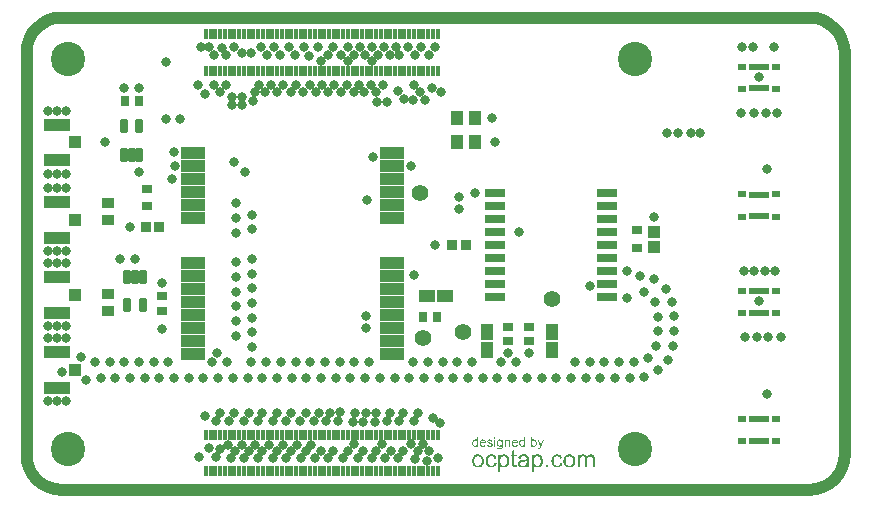
<source format=gts>
%FSTAX23Y23*%
%MOIN*%
%SFA1B1*%

%IPPOS*%
%AMD40*
4,1,8,0.006900,0.024700,-0.006900,0.024700,-0.012900,0.018700,-0.012900,-0.018700,-0.006900,-0.024700,0.006900,-0.024700,0.012900,-0.018700,0.012900,0.018700,0.006900,0.024700,0.0*
1,1,0.011900,0.006900,0.018700*
1,1,0.011900,-0.006900,0.018700*
1,1,0.011900,-0.006900,-0.018700*
1,1,0.011900,0.006900,-0.018700*
%
%ADD27R,0.035430X0.029530*%
%ADD28R,0.029530X0.035430*%
%ADD30R,0.035430X0.025590*%
%ADD33R,0.035670X0.033790*%
%ADD34R,0.039850X0.052410*%
%ADD37R,0.052410X0.039850*%
%ADD38C,0.040000*%
%ADD39R,0.078870X0.039500*%
G04~CAMADD=40~8~0.0~0.0~257.2~493.4~59.5~0.0~15~0.0~0.0~0.0~0.0~0~0.0~0.0~0.0~0.0~0~0.0~0.0~0.0~0.0~257.2~493.4*
%ADD40D40*%
%ADD41R,0.043430X0.035560*%
%ADD42R,0.039500X0.047370*%
%ADD43R,0.043430X0.041470*%
%ADD44R,0.015870X0.035560*%
%ADD45R,0.041340X0.039370*%
%ADD46R,0.086610X0.041340*%
%ADD47R,0.070870X0.027560*%
%ADD48R,0.070870X0.031500*%
%ADD49R,0.028470X0.019810*%
%ADD50R,0.015090X0.022960*%
%ADD51C,0.114300*%
%ADD52C,0.032000*%
%ADD53C,0.056000*%
%LNtime4cm4_modular-1*%
%LPD*%
G36*
X01562Y00171D02*
X01558D01*
Y00176*
X01562*
Y00171*
G37*
G36*
X01661Y00144D02*
X01658D01*
Y00147*
X01658Y00147*
X01658Y00147*
X01657Y00147*
X01657Y00146*
X01657Y00146*
X01657Y00146*
X01656Y00145*
X01656Y00145*
X01656Y00145*
X01655Y00144*
X01655Y00144*
X01654Y00144*
X01653Y00144*
X01653Y00144*
X01652Y00143*
X01651Y00143*
X01651*
X01651Y00143*
X0165*
X0165Y00143*
X0165Y00144*
X0165Y00144*
X01649Y00144*
X01648Y00144*
X01647Y00144*
X01647Y00145*
X01646Y00145*
X01646Y00145*
X01646Y00145*
X01646Y00145*
X01646Y00145*
X01645Y00145*
X01645Y00146*
X01645Y00146*
X01644Y00147*
X01644Y00147*
X01643Y00148*
X01642Y00149*
Y00149*
X01642Y00149*
X01642Y00149*
X01642Y0015*
X01642Y0015*
X01642Y0015*
X01642Y00151*
X01642Y00151*
X01642Y00151*
X01642Y00152*
X01641Y00152*
X01641Y00153*
X01641Y00154*
X01641Y00155*
Y00155*
Y00156*
Y00156*
X01641Y00156*
Y00156*
X01641Y00157*
X01641Y00157*
X01641Y00158*
X01641Y00159*
X01642Y0016*
X01642Y00161*
X01642Y00162*
Y00162*
X01642Y00162*
X01642Y00162*
X01643Y00162*
X01643Y00162*
X01643Y00163*
X01643Y00163*
X01644Y00164*
X01644Y00165*
X01645Y00165*
X01646Y00166*
X01646Y00166*
X01646Y00166*
X01646Y00166*
X01646Y00166*
X01646Y00166*
X01647Y00167*
X01647Y00167*
X01647Y00167*
X01648Y00167*
X01649Y00167*
X0165Y00168*
X0165Y00168*
X01651*
X01652Y00168*
X01652Y00168*
X01653Y00167*
X01653Y00167*
X01654Y00167*
X01655Y00167*
X01655*
X01655Y00167*
X01655Y00167*
X01655Y00166*
X01656Y00166*
X01656Y00166*
X01657Y00165*
X01657Y00165*
X01657Y00164*
Y00176*
X01661*
Y00144*
G37*
G36*
X01505D02*
X01501D01*
Y00147*
X01501Y00147*
X01501Y00147*
X01501Y00147*
X01501Y00146*
X015Y00146*
X015Y00146*
X015Y00145*
X01499Y00145*
X01499Y00145*
X01498Y00144*
X01498Y00144*
X01497Y00144*
X01497Y00144*
X01496Y00144*
X01495Y00143*
X01494Y00143*
X01494*
X01494Y00143*
X01494*
X01493Y00143*
X01493Y00144*
X01493Y00144*
X01492Y00144*
X01491Y00144*
X0149Y00144*
X0149Y00145*
X01489Y00145*
X01489Y00145*
X01489Y00145*
X01489Y00145*
X01489Y00145*
X01489Y00145*
X01489Y00146*
X01488Y00146*
X01487Y00147*
X01487Y00147*
X01486Y00148*
X01486Y00149*
Y00149*
X01486Y00149*
X01486Y00149*
X01486Y0015*
X01485Y0015*
X01485Y0015*
X01485Y00151*
X01485Y00151*
X01485Y00151*
X01485Y00152*
X01485Y00152*
X01485Y00153*
X01485Y00154*
X01485Y00155*
Y00155*
Y00156*
Y00156*
X01485Y00156*
Y00156*
X01485Y00157*
X01485Y00157*
X01485Y00158*
X01485Y00159*
X01485Y0016*
X01485Y00161*
X01486Y00162*
Y00162*
X01486Y00162*
X01486Y00162*
X01486Y00162*
X01486Y00162*
X01486Y00163*
X01487Y00163*
X01487Y00164*
X01488Y00165*
X01488Y00165*
X01489Y00166*
X01489Y00166*
X01489Y00166*
X01489Y00166*
X0149Y00166*
X0149Y00166*
X0149Y00167*
X0149Y00167*
X01491Y00167*
X01491Y00167*
X01492Y00167*
X01493Y00168*
X01494Y00168*
X01495*
X01495Y00168*
X01496Y00168*
X01496Y00167*
X01497Y00167*
X01497Y00167*
X01498Y00167*
X01498*
X01498Y00167*
X01498Y00167*
X01499Y00166*
X01499Y00166*
X01499Y00166*
X015Y00165*
X015Y00165*
X01501Y00164*
Y00176*
X01505*
Y00144*
G37*
G36*
X01604Y00168D02*
X01605D01*
X01605Y00168*
X01606Y00167*
X01606Y00167*
X01607Y00167*
X01608Y00167*
X01608*
X01608Y00167*
X01608Y00167*
X01608Y00167*
X01609Y00166*
X01609Y00166*
X0161Y00166*
X0161Y00165*
X0161Y00165*
X0161Y00165*
X0161Y00165*
X01611Y00164*
X01611Y00164*
X01611Y00164*
X01611Y00163*
X01611Y00163*
X01612Y00162*
Y00162*
X01612Y00162*
X01612Y00162*
X01612Y00161*
X01612Y00161*
Y0016*
X01612Y0016*
Y0016*
X01612Y00159*
Y00159*
Y00158*
Y00144*
X01608*
Y00158*
Y00158*
Y00158*
Y00158*
Y00158*
Y00159*
X01608Y00159*
X01608Y00159*
X01608Y0016*
X01608Y00161*
X01608Y00161*
X01607Y00162*
X01607Y00162*
X01607Y00162*
X01607Y00162*
X01607Y00162*
X01607Y00163*
X01606Y00163*
X01606Y00163*
X01606Y00164*
X01606Y00164*
X01606Y00164*
X01605Y00164*
X01605Y00164*
X01605Y00164*
X01604Y00164*
X01604Y00164*
X01603Y00164*
X01603*
X01603Y00164*
X01602*
X01602Y00164*
X01601Y00164*
X01601Y00164*
X016Y00164*
X01599Y00163*
X01599Y00163*
X01599Y00163*
X01599Y00163*
X01599Y00163*
X01598Y00162*
X01598Y00162*
X01598Y00162*
X01598Y00162*
X01598Y00162*
X01598Y00161*
X01598Y00161*
X01597Y0016*
X01597Y0016*
X01597Y00159*
X01597Y00159*
X01597Y00158*
X01597Y00157*
X01597Y00157*
Y00144*
X01593*
Y00167*
X01596*
Y00164*
X01596Y00164*
X01597Y00164*
X01597Y00164*
X01597Y00164*
X01597Y00165*
X01597Y00165*
X01598Y00165*
X01598Y00166*
X01599Y00166*
X01599Y00166*
X016Y00167*
X01601Y00167*
X01601Y00167*
X01602Y00167*
X01603Y00168*
X01604Y00168*
X01604*
X01604Y00168*
G37*
G36*
X01544D02*
X01544D01*
X01545Y00168*
X01546Y00167*
X01547Y00167*
X01547Y00167*
X01548Y00167*
X01548*
X01548Y00167*
X01548Y00167*
X01548Y00167*
X01549Y00167*
X01549Y00166*
X0155Y00166*
X0155Y00166*
X01551Y00165*
X01551Y00165*
X01551Y00165*
X01551Y00164*
X01552Y00164*
X01552Y00164*
X01552Y00163*
X01552Y00163*
X01552Y00162*
X01553Y00161*
X01549Y00161*
Y00161*
Y00161*
X01549Y00161*
X01549Y00161*
X01548Y00162*
X01548Y00162*
X01548Y00163*
X01548Y00163*
X01547Y00163*
X01547Y00163*
X01547Y00164*
X01547Y00164*
X01546Y00164*
X01546Y00164*
X01545Y00164*
X01544Y00164*
X01544Y00164*
X01543*
X01543Y00164*
X01543*
X01542Y00164*
X01542Y00164*
X01541Y00164*
X0154Y00164*
X0154Y00164*
X0154Y00164*
X0154Y00163*
X0154Y00163*
X01539Y00163*
X01539Y00163*
X01539Y00163*
X01539Y00162*
X01539Y00162*
X01539Y00161*
Y00161*
Y00161*
X01539Y00161*
X01539Y00161*
X01539Y0016*
X01539Y0016*
X01539Y0016*
X01539Y0016*
X01539Y0016*
X01539Y0016*
X01539Y0016*
X0154Y00159*
X0154Y00159*
X0154Y00159*
X01541Y00159*
X01541*
X01541Y00159*
X01541Y00159*
X01541Y00159*
X01541Y00159*
X01542Y00159*
X01542Y00159*
X01542Y00158*
X01543Y00158*
X01543Y00158*
X01544Y00158*
X01544Y00158*
X01544*
X01544Y00158*
X01544Y00158*
X01545Y00158*
X01545Y00158*
X01545Y00158*
X01546Y00157*
X01546Y00157*
X01547Y00157*
X01548Y00157*
X01549Y00157*
X01549Y00156*
X0155Y00156*
X0155Y00156*
X0155*
X0155Y00156*
X0155Y00156*
X0155Y00156*
X01551Y00156*
X01551Y00155*
X01552Y00155*
X01552Y00155*
X01552Y00154*
X01553Y00154*
X01553Y00154*
X01553Y00154*
X01553Y00153*
X01553Y00153*
X01553Y00152*
X01553Y00151*
X01553Y00151*
Y00151*
Y00151*
Y00151*
Y0015*
X01553Y0015*
X01553Y00149*
X01553Y00149*
X01553Y00148*
X01553Y00148*
X01552Y00147*
Y00147*
X01552Y00147*
X01552Y00147*
X01552Y00146*
X01551Y00146*
X01551Y00146*
X0155Y00145*
X0155Y00145*
X01549Y00144*
X01549*
X01549Y00144*
X01549Y00144*
X01549Y00144*
X01548Y00144*
X01548Y00144*
X01548Y00144*
X01548Y00144*
X01547Y00144*
X01546Y00144*
X01545Y00143*
X01544Y00143*
X01544*
X01543Y00143*
X01543Y00143*
X01543Y00143*
X01542Y00144*
X01542Y00144*
X0154Y00144*
X01539Y00144*
X01539Y00144*
X01538Y00145*
X01538Y00145*
X01537Y00145*
X01537Y00145*
X01537Y00145*
X01537Y00145*
X01537Y00146*
X01537Y00146*
X01536Y00146*
X01536Y00146*
X01536Y00147*
X01536Y00147*
X01535Y00147*
X01535Y00148*
X01535Y00148*
X01535Y00149*
X01534Y00149*
X01534Y0015*
X01534Y00151*
X01538Y00151*
Y00151*
X01538Y00151*
Y00151*
X01538Y00151*
X01538Y00151*
X01538Y00151*
X01538Y0015*
X01539Y0015*
X01539Y00149*
X01539Y00148*
X0154Y00148*
X0154*
X0154Y00148*
X0154Y00148*
X0154Y00147*
X01541Y00147*
X01542Y00147*
X01542Y00147*
X01543Y00147*
X01544Y00147*
X01544*
X01545Y00147*
X01545*
X01545Y00147*
X01546Y00147*
X01546Y00147*
X01547Y00147*
X01548Y00147*
X01548Y00148*
X01548Y00148*
X01548Y00148*
X01549Y00148*
X01549Y00148*
X01549Y00149*
X01549Y00149*
X01549Y0015*
X01549Y0015*
Y0015*
Y00151*
X01549Y00151*
X01549Y00151*
X01549Y00151*
X01549Y00152*
X01549Y00152*
X01548Y00152*
X01548Y00152*
X01548Y00153*
X01548Y00153*
X01548Y00153*
X01547Y00153*
X01547Y00153*
X01547Y00153*
X01547Y00153*
X01546Y00153*
X01546Y00153*
X01545Y00153*
X01545Y00154*
X01544Y00154*
X01544*
X01544Y00154*
X01544Y00154*
X01544Y00154*
X01543Y00154*
X01543Y00154*
X01542Y00154*
X01542Y00154*
X01541Y00155*
X0154Y00155*
X01539Y00155*
X01539Y00155*
X01539Y00155*
X01538Y00156*
X01538*
X01538Y00156*
X01538Y00156*
X01538Y00156*
X01537Y00156*
X01537Y00157*
X01536Y00157*
X01536Y00157*
X01536Y00158*
X01536Y00158*
X01536Y00158*
X01535Y00158*
X01535Y00159*
X01535Y00159*
X01535Y0016*
X01535Y0016*
X01535Y00161*
Y00161*
Y00161*
Y00161*
X01535Y00162*
X01535Y00162*
X01535Y00162*
X01535Y00163*
X01535Y00163*
X01536Y00164*
X01536Y00164*
X01536Y00164*
X01536Y00164*
X01536Y00165*
X01536Y00165*
X01537Y00165*
X01537Y00166*
X01537Y00166*
X01537Y00166*
X01538Y00166*
X01538Y00166*
X01538Y00166*
X01538Y00167*
X01539Y00167*
X01539Y00167*
X0154Y00167*
X0154*
X0154Y00167*
X0154Y00167*
X01541Y00167*
X01541Y00167*
X01541Y00168*
X01542Y00168*
X01543Y00168*
X01543Y00168*
X01544*
X01544Y00168*
G37*
G36*
X01715Y00144D02*
Y00143D01*
X01715Y00143*
X01715Y00143*
X01715Y00143*
X01715Y00143*
X01715Y00142*
X01714Y00142*
X01714Y00141*
X01714Y00141*
X01714Y0014*
X01713Y00139*
X01713Y00139*
X01713Y00139*
X01713Y00138*
Y00138*
X01713Y00138*
X01713Y00138*
X01713Y00138*
X01712Y00138*
X01712Y00137*
X01712Y00137*
X01711Y00136*
X01711Y00136*
X0171Y00135*
X0171Y00135*
X0171Y00135*
X0171Y00135*
X0171Y00135*
X01709Y00135*
X01708Y00135*
X01708Y00135*
X01707Y00135*
X01707*
X01707Y00135*
X01706Y00135*
X01706Y00135*
X01706Y00135*
X01705Y00135*
X01705Y00135*
X01704Y00139*
X01704*
X01704Y00139*
X01705Y00139*
X01705Y00138*
X01705Y00138*
X01706Y00138*
X01706Y00138*
X01706Y00138*
X01707*
X01707Y00138*
X01707Y00138*
X01708Y00138*
X01708Y00138*
X01708Y00139*
X01709Y00139*
X01709Y00139*
X01709Y00139*
X01709Y00139*
X01709Y00139*
X01709Y00139*
X01709Y00139*
X0171Y0014*
X0171Y0014*
X0171Y0014*
X0171Y0014*
X0171Y00141*
X0171Y00141*
X01711Y00141*
X01711Y00142*
X01711Y00142*
X01711Y00142*
X01711Y00143*
X01711Y00143*
X01711Y00143*
X01711Y00143*
X01711Y00144*
X01703Y00167*
X01707*
X01712Y00154*
Y00154*
X01712Y00154*
X01712Y00153*
X01712Y00153*
X01712Y00153*
X01712Y00153*
X01712Y00152*
X01712Y00152*
X01712Y00151*
X01713Y0015*
X01713Y00149*
X01713Y00148*
Y00148*
X01713Y00148*
X01713Y00149*
X01713Y00149*
X01713Y00149*
X01714Y00149*
X01714Y0015*
X01714Y0015*
X01714Y00151*
X01714Y00152*
X01715Y00153*
X01715Y00154*
X0172Y00167*
X01724*
X01715Y00144*
G37*
G36*
X01562Y00144D02*
X01558D01*
Y00167*
X01562*
Y00144*
G37*
G36*
X01684Y00165D02*
X01684Y00165D01*
X01684Y00165*
X01684Y00165*
X01684Y00165*
X01685Y00165*
X01685Y00166*
X01685Y00166*
X01686Y00166*
X01686Y00166*
X01686Y00167*
X01687Y00167*
X01688Y00167*
X01688Y00167*
X01689Y00168*
X0169Y00168*
X0169Y00168*
X01691*
X01691Y00168*
X01691*
X01692Y00168*
X01692Y00167*
X01693Y00167*
X01694Y00167*
X01694Y00167*
X01694*
X01694Y00167*
X01694Y00167*
X01695Y00167*
X01695Y00166*
X01695Y00166*
X01696Y00166*
X01696Y00165*
X01697Y00165*
X01697Y00164*
X01697Y00164*
X01698Y00164*
X01698Y00164*
X01698Y00163*
X01698Y00163*
X01699Y00162*
X01699Y00161*
X01699Y00161*
Y00161*
X01699Y0016*
X01699Y0016*
X01699Y0016*
X017Y0016*
X017Y0016*
X017Y00159*
X017Y00159*
X017Y00158*
X017Y00158*
X017Y00157*
X017Y00156*
Y00156*
Y00156*
X017Y00155*
Y00155*
X017Y00154*
X017Y00154*
X017Y00153*
X017Y00152*
X017Y00152*
X01699Y00151*
X01699Y0015*
X01699Y00149*
X01698Y00149*
X01698Y00148*
X01698Y00147*
X01697Y00147*
X01697Y00147*
X01697Y00146*
X01697Y00146*
X01697Y00146*
X01696Y00146*
X01696Y00146*
X01696Y00145*
X01695Y00145*
X01695Y00145*
X01694Y00144*
X01693Y00144*
X01693Y00144*
X01692Y00144*
X01691Y00144*
X01691Y00143*
X0169Y00143*
X0169*
X0169Y00143*
X01689Y00143*
X01689Y00143*
X01689Y00144*
X01688Y00144*
X01688Y00144*
X01687Y00144*
X01687Y00144*
X01686Y00144*
X01686Y00145*
X01685Y00145*
X01685Y00146*
X01684Y00146*
X01684Y00147*
Y00144*
X0168*
Y00176*
X01684*
Y00165*
G37*
G36*
X01628Y00168D02*
X01628D01*
X01628Y00168*
X01629Y00167*
X01629Y00167*
X0163Y00167*
X01631Y00167*
X01631Y00167*
X01632Y00167*
X01632Y00166*
X01633Y00166*
X01634Y00165*
X01634Y00165*
X01635Y00164*
X01635Y00164*
X01635Y00164*
X01635Y00164*
X01635Y00164*
X01636Y00164*
X01636Y00163*
X01636Y00163*
X01636Y00162*
X01637Y00162*
X01637Y00161*
X01637Y0016*
X01637Y00159*
X01638Y00159*
X01638Y00158*
X01638Y00157*
X01638Y00156*
Y00155*
Y00155*
Y00155*
X01638Y00155*
X0162*
Y00154*
Y00154*
X01621Y00154*
X01621Y00154*
X01621Y00154*
X01621Y00153*
X01621Y00153*
X01621Y00152*
X01621Y00151*
X01622Y0015*
X01622Y0015*
X01622Y00149*
X01622Y00149*
X01623Y00149*
X01623Y00149*
X01623Y00149*
X01623Y00148*
X01623Y00148*
X01623Y00148*
X01623Y00148*
X01624Y00148*
X01624Y00148*
X01625Y00147*
X01626Y00147*
X01626Y00147*
X01626Y00147*
X01627Y00147*
X01628Y00147*
X01628*
X01628Y00147*
X01628Y00147*
X01629Y00147*
X01629Y00147*
X0163Y00147*
X01631Y00147*
X01631Y00148*
X01631*
X01631Y00148*
X01631Y00148*
X01632Y00148*
X01632Y00149*
X01632Y00149*
X01633Y0015*
X01633Y00151*
X01634Y00151*
X01638Y00151*
Y00151*
X01638Y00151*
X01638Y00151*
X01637Y0015*
X01637Y0015*
X01637Y0015*
X01637Y00149*
X01637Y00149*
X01636Y00148*
X01636Y00147*
X01635Y00147*
X01635Y00146*
X01635Y00146*
X01634Y00145*
X01634Y00145*
X01634Y00145*
X01634Y00145*
X01634Y00145*
X01633Y00145*
X01633Y00145*
X01633Y00145*
X01632Y00144*
X01632Y00144*
X01631Y00144*
X01631Y00144*
X0163Y00144*
X0163Y00144*
X01629Y00143*
X01628Y00143*
X01628Y00143*
X01627*
X01627Y00143*
X01627*
X01626Y00143*
X01626Y00144*
X01625Y00144*
X01625Y00144*
X01624Y00144*
X01623Y00144*
X01623Y00144*
X01622Y00145*
X01621Y00145*
X01621Y00145*
X0162Y00146*
X01619Y00147*
X01619Y00147*
X01619Y00147*
X01619Y00147*
X01619Y00147*
X01619Y00147*
X01618Y00148*
X01618Y00148*
X01618Y00149*
X01618Y00149*
X01617Y0015*
X01617Y00151*
X01617Y00152*
X01617Y00152*
X01617Y00153*
X01617Y00154*
X01616Y00155*
Y00155*
Y00156*
X01617Y00156*
Y00156*
X01617Y00157*
X01617Y00157*
X01617Y00158*
X01617Y00159*
X01617Y00159*
X01617Y0016*
X01617Y00161*
X01618Y00162*
X01618Y00162*
X01618Y00163*
X01619Y00164*
X01619Y00164*
X01619Y00164*
X0162Y00165*
X0162Y00165*
X0162Y00165*
X0162Y00165*
X01621Y00165*
X01621Y00166*
X01622Y00166*
X01622Y00166*
X01623Y00167*
X01623Y00167*
X01624Y00167*
X01625Y00167*
X01626Y00168*
X01626Y00168*
X01627Y00168*
X01628*
X01628Y00168*
G37*
G36*
X01521D02*
X01521D01*
X01522Y00168*
X01522Y00167*
X01523Y00167*
X01523Y00167*
X01524Y00167*
X01524Y00167*
X01525Y00167*
X01526Y00166*
X01526Y00166*
X01527Y00165*
X01527Y00165*
X01528Y00164*
X01528Y00164*
X01528Y00164*
X01528Y00164*
X01528Y00164*
X01529Y00164*
X01529Y00163*
X01529Y00163*
X01529Y00162*
X0153Y00162*
X0153Y00161*
X0153Y0016*
X0153Y00159*
X01531Y00159*
X01531Y00158*
X01531Y00157*
X01531Y00156*
Y00155*
Y00155*
Y00155*
X01531Y00155*
X01514*
Y00154*
Y00154*
X01514Y00154*
X01514Y00154*
X01514Y00154*
X01514Y00153*
X01514Y00153*
X01514Y00152*
X01514Y00151*
X01515Y0015*
X01515Y0015*
X01515Y00149*
X01515Y00149*
X01516Y00149*
X01516Y00149*
X01516Y00149*
X01516Y00148*
X01516Y00148*
X01516Y00148*
X01516Y00148*
X01517Y00148*
X01517Y00148*
X01518Y00147*
X01519Y00147*
X01519Y00147*
X0152Y00147*
X0152Y00147*
X01521Y00147*
X01521*
X01521Y00147*
X01521Y00147*
X01522Y00147*
X01522Y00147*
X01523Y00147*
X01524Y00147*
X01524Y00148*
X01524*
X01524Y00148*
X01524Y00148*
X01525Y00148*
X01525Y00149*
X01525Y00149*
X01526Y0015*
X01526Y00151*
X01527Y00151*
X01531Y00151*
Y00151*
X01531Y00151*
X01531Y00151*
X01531Y0015*
X0153Y0015*
X0153Y0015*
X0153Y00149*
X0153Y00149*
X01529Y00148*
X01529Y00147*
X01528Y00147*
X01528Y00146*
X01528Y00146*
X01527Y00145*
X01527Y00145*
X01527Y00145*
X01527Y00145*
X01527Y00145*
X01526Y00145*
X01526Y00145*
X01526Y00145*
X01525Y00144*
X01525Y00144*
X01524Y00144*
X01524Y00144*
X01523Y00144*
X01523Y00144*
X01522Y00143*
X01521Y00143*
X01521Y00143*
X0152*
X0152Y00143*
X0152*
X01519Y00143*
X01519Y00144*
X01518Y00144*
X01518Y00144*
X01517Y00144*
X01516Y00144*
X01516Y00144*
X01515Y00145*
X01514Y00145*
X01514Y00145*
X01513Y00146*
X01512Y00147*
X01512Y00147*
X01512Y00147*
X01512Y00147*
X01512Y00147*
X01512Y00147*
X01512Y00148*
X01511Y00148*
X01511Y00149*
X01511Y00149*
X0151Y0015*
X0151Y00151*
X0151Y00152*
X0151Y00152*
X0151Y00153*
X0151Y00154*
X0151Y00155*
Y00155*
Y00156*
X0151Y00156*
Y00156*
X0151Y00157*
X0151Y00157*
X0151Y00158*
X0151Y00159*
X0151Y00159*
X0151Y0016*
X0151Y00161*
X01511Y00162*
X01511Y00162*
X01512Y00163*
X01512Y00164*
X01513Y00164*
X01513Y00164*
X01513Y00165*
X01513Y00165*
X01513Y00165*
X01513Y00165*
X01514Y00165*
X01514Y00166*
X01515Y00166*
X01515Y00166*
X01516Y00167*
X01516Y00167*
X01517Y00167*
X01518Y00167*
X01519Y00168*
X01519Y00168*
X0152Y00168*
X01521*
X01521Y00168*
G37*
G36*
X01577D02*
X01577D01*
X01578Y00168*
X01578Y00167*
X01578Y00167*
X01579Y00167*
X01579Y00167*
X0158Y00167*
X01581Y00167*
X01581Y00166*
X01582Y00166*
X01582Y00165*
X01583Y00165*
X01583Y00164*
Y00167*
X01587*
Y00147*
Y00147*
Y00147*
Y00147*
Y00146*
X01587Y00146*
X01587Y00145*
X01587Y00145*
X01587Y00144*
X01587Y00143*
X01586Y00142*
X01586Y00141*
X01586Y0014*
X01586Y0014*
X01586Y00139*
Y00139*
X01586Y00139*
X01586Y00139*
X01586Y00139*
X01585Y00139*
X01585Y00138*
X01584Y00138*
X01584Y00137*
X01583Y00136*
X01582Y00136*
X01582*
X01582Y00136*
X01582Y00136*
X01582Y00136*
X01582Y00136*
X01581Y00135*
X01581Y00135*
X01581Y00135*
X0158Y00135*
X0158Y00135*
X01579Y00135*
X01579Y00135*
X01578Y00135*
X01576Y00135*
X01576*
X01576Y00135*
X01575Y00135*
X01575Y00135*
X01575Y00135*
X01574Y00135*
X01573Y00135*
X01572Y00135*
X01571Y00136*
X01571Y00136*
X0157Y00136*
X0157Y00136*
X0157Y00136*
X0157Y00136*
X01569Y00137*
X01569Y00137*
X01569Y00137*
X01569Y00137*
X01569Y00137*
X01568Y00138*
X01568Y00138*
X01568Y00139*
X01568Y00139*
X01568Y0014*
X01567Y0014*
X01567Y00141*
X01567Y00141*
Y00142*
X01571Y00141*
Y00141*
Y00141*
X01571Y00141*
X01571Y00141*
X01571Y00141*
X01572Y0014*
X01572Y0014*
X01572Y00139*
X01572Y00139*
X01573Y00139*
X01573Y00139*
X01573Y00139*
X01573Y00138*
X01574Y00138*
X01575Y00138*
X01576Y00138*
X01576Y00138*
X01577*
X01577Y00138*
X01577*
X01577Y00138*
X01578Y00138*
X01579Y00138*
X01579Y00138*
X0158Y00138*
X01581Y00139*
X01581*
X01581Y00139*
X01581Y00139*
X01581Y00139*
X01581Y0014*
X01582Y0014*
X01582Y00141*
X01582Y00141*
X01583Y00142*
Y00142*
X01583Y00142*
Y00142*
X01583Y00142*
X01583Y00143*
Y00143*
X01583Y00143*
X01583Y00143*
X01583Y00144*
Y00144*
X01583Y00145*
Y00145*
X01583Y00146*
Y00146*
Y00147*
X01583Y00147*
X01583Y00147*
X01583Y00147*
X01582Y00146*
X01582Y00146*
X01582Y00146*
X01582Y00146*
X01581Y00145*
X01581Y00145*
X0158Y00145*
X0158Y00145*
X01579Y00144*
X01579Y00144*
X01578Y00144*
X01577Y00144*
X01577Y00144*
X01576*
X01576Y00144*
X01576Y00144*
X01575Y00144*
X01575Y00144*
X01574Y00144*
X01574Y00144*
X01573Y00145*
X01573Y00145*
X01572Y00145*
X01571Y00145*
X01571Y00146*
X0157Y00146*
X0157Y00147*
X01569Y00147*
X01569Y00147*
X01569Y00148*
X01569Y00148*
X01569Y00148*
X01569Y00148*
X01568Y00149*
X01568Y00149*
X01568Y0015*
X01568Y0015*
X01567Y00151*
X01567Y00152*
X01567Y00152*
X01567Y00153*
X01567Y00154*
X01567Y00155*
X01567Y00156*
Y00156*
Y00156*
Y00156*
X01567Y00156*
Y00157*
X01567Y00157*
X01567Y00157*
X01567Y00158*
X01567Y00159*
X01567Y0016*
X01567Y00161*
X01568Y00162*
Y00162*
X01568Y00162*
X01568Y00162*
X01568Y00162*
X01568Y00162*
X01568Y00163*
X01569Y00163*
X01569Y00164*
X0157Y00165*
X0157Y00165*
X01571Y00166*
X01571Y00166*
X01571Y00166*
X01571Y00166*
X01572Y00166*
X01572Y00166*
X01572Y00167*
X01572Y00167*
X01573Y00167*
X01573Y00167*
X01574Y00167*
X01574Y00167*
X01575Y00168*
X01576Y00168*
X01577*
X01577Y00168*
G37*
G36*
X01704Y00118D02*
X01704D01*
X01705Y00118*
X01705Y00118*
X01706Y00118*
X01707Y00118*
X01709Y00117*
X01711Y00116*
X01711Y00116*
X01712Y00115*
X01712*
X01712Y00115*
X01713Y00115*
X01713Y00115*
X01714Y00114*
X01715Y00113*
X01716Y00112*
X01717Y00111*
X01718Y00109*
X01718Y00108*
Y00108*
X01718Y00107*
X01719Y00107*
X01719Y00107*
X01719Y00106*
X01719Y00106*
X01719Y00105*
X01719Y00104*
X0172Y00104*
X0172Y00103*
X0172Y00101*
X0172Y00099*
X01721Y00097*
Y00097*
Y00096*
Y00096*
X0172Y00096*
Y00095*
X0172Y00094*
X0172Y00094*
X0172Y00093*
X0172Y00091*
X0172Y00089*
X01719Y00087*
X01718Y00085*
Y00085*
X01718Y00085*
X01718Y00085*
X01718Y00084*
X01718Y00084*
X01717Y00083*
X01717Y00082*
X01716Y00081*
X01714Y0008*
X01713Y00078*
X01712Y00077*
X01711*
X01711Y00077*
X01711Y00077*
X01711Y00077*
X0171Y00077*
X0171Y00076*
X01709Y00076*
X01709Y00076*
X01707Y00075*
X01706Y00075*
X01704Y00075*
X01703Y00075*
X01702Y00075*
X01702*
X01701Y00075*
X017Y00075*
X01699Y00075*
X01698Y00075*
X01697Y00076*
X01696Y00076*
X01696Y00076*
X01695Y00076*
X01695Y00077*
X01694Y00077*
X01694Y00078*
X01693Y00078*
X01692Y00079*
X01691Y0008*
Y0006*
X01684*
Y00117*
X01691*
Y00112*
X01691Y00112*
X01691Y00112*
X01692Y00113*
X01692Y00114*
X01693Y00114*
X01694Y00115*
X01695Y00116*
X01696Y00117*
X01696*
X01696Y00117*
X01696Y00117*
X01697Y00117*
X01698Y00117*
X01699Y00118*
X017Y00118*
X01701Y00118*
X01703Y00118*
X01703*
X01704Y00118*
G37*
G36*
X01592D02*
X01592D01*
X01593Y00118*
X01593Y00118*
X01594Y00118*
X01595Y00118*
X01597Y00117*
X01599Y00116*
X01599Y00116*
X016Y00115*
X016*
X016Y00115*
X01601Y00115*
X01601Y00115*
X01602Y00114*
X01603Y00113*
X01604Y00112*
X01605Y00111*
X01606Y00109*
X01606Y00108*
Y00108*
X01606Y00107*
X01607Y00107*
X01607Y00107*
X01607Y00106*
X01607Y00106*
X01607Y00105*
X01607Y00104*
X01608Y00104*
X01608Y00103*
X01608Y00101*
X01608Y00099*
X01609Y00097*
Y00097*
Y00096*
Y00096*
X01608Y00096*
Y00095*
X01608Y00094*
X01608Y00094*
X01608Y00093*
X01608Y00091*
X01608Y00089*
X01607Y00087*
X01606Y00085*
Y00085*
X01606Y00085*
X01606Y00085*
X01606Y00084*
X01606Y00084*
X01605Y00083*
X01605Y00082*
X01604Y00081*
X01602Y0008*
X01601Y00078*
X016Y00077*
X01599*
X01599Y00077*
X01599Y00077*
X01599Y00077*
X01598Y00077*
X01598Y00076*
X01597Y00076*
X01597Y00076*
X01595Y00075*
X01594Y00075*
X01592Y00075*
X01591Y00075*
X0159Y00075*
X0159*
X01589Y00075*
X01588Y00075*
X01587Y00075*
X01586Y00075*
X01585Y00076*
X01584Y00076*
X01584Y00076*
X01583Y00076*
X01583Y00077*
X01582Y00077*
X01582Y00078*
X01581Y00078*
X0158Y00079*
X01579Y0008*
Y0006*
X01572*
Y00117*
X01579*
Y00112*
X01579Y00112*
X01579Y00112*
X0158Y00113*
X0158Y00114*
X01581Y00114*
X01582Y00115*
X01583Y00116*
X01584Y00117*
X01584*
X01584Y00117*
X01584Y00117*
X01585Y00117*
X01586Y00117*
X01587Y00118*
X01588Y00118*
X01589Y00118*
X01591Y00118*
X01591*
X01592Y00118*
G37*
G36*
X01881D02*
X01882Y00118D01*
X01882Y00118*
X01883Y00118*
X01884Y00118*
X01885Y00117*
X01887Y00117*
X01888Y00116*
X01888Y00116*
X01889Y00115*
X0189Y00115*
X0189Y00115*
X0189Y00115*
X0189Y00114*
X0189Y00114*
X01891Y00114*
X01891Y00113*
X01891Y00113*
X01892Y00112*
X01892Y00111*
X01892Y00111*
X01892Y0011*
X01893Y00109*
X01893Y00108*
X01893Y00107*
X01893Y00106*
X01893Y00104*
Y00076*
X01886*
Y00102*
Y00102*
Y00102*
Y00102*
Y00103*
X01886Y00103*
Y00104*
X01886Y00105*
X01886Y00106*
X01886Y00107*
X01885Y00108*
Y00108*
X01885Y00108*
X01885Y00109*
X01885Y00109*
X01885Y0011*
X01884Y0011*
X01884Y00111*
X01883Y00111*
X01883Y00111*
X01883Y00111*
X01882Y00111*
X01882Y00112*
X01881Y00112*
X0188Y00112*
X0188Y00112*
X01879Y00112*
X01878*
X01878Y00112*
X01878*
X01877Y00112*
X01876Y00112*
X01875Y00111*
X01874Y00111*
X01873Y0011*
X01872Y0011*
X01871Y00109*
Y00109*
X01871Y00109*
X01871Y00109*
X01871Y00109*
X01871Y00108*
X0187Y00108*
X0187Y00107*
X0187Y00107*
X0187Y00106*
X01869Y00106*
X01869Y00105*
X01869Y00104*
X01869Y00103*
X01869Y00102*
X01868Y00101*
X01868Y001*
Y00076*
X01861*
Y00103*
Y00103*
Y00103*
Y00103*
Y00103*
X01861Y00104*
Y00104*
X01861Y00105*
X01861Y00106*
X01861Y00108*
X0186Y00109*
X0186Y0011*
X0186Y0011*
X01859Y0011*
X01859Y00111*
X01858Y00111*
X01857Y00111*
X01857Y00112*
X01855Y00112*
X01854Y00112*
X01853*
X01853Y00112*
X01852Y00112*
X01851Y00112*
X0185Y00111*
X01849Y00111*
X01848Y00111*
X01848Y0011*
X01848Y0011*
X01848Y0011*
X01847Y00109*
X01846Y00109*
X01846Y00108*
X01845Y00107*
X01845Y00106*
Y00106*
X01845Y00106*
X01845Y00106*
X01845Y00105*
X01844Y00105*
X01844Y00105*
X01844Y00104*
X01844Y00104*
X01844Y00103*
X01844Y00102*
X01844Y00102*
X01844Y00101*
X01844Y001*
X01844Y00099*
X01844Y00098*
Y00097*
Y00076*
X01837*
Y00117*
X01843*
Y00112*
X01843Y00112*
X01843Y00112*
X01844Y00113*
X01844Y00113*
X01845Y00114*
X01846Y00115*
X01847Y00116*
X01848Y00116*
X01848*
X01848Y00116*
X01848Y00117*
X01849Y00117*
X01849Y00117*
X01849Y00117*
X0185Y00117*
X01851Y00118*
X01853Y00118*
X01854Y00118*
X01856Y00118*
X01856*
X01857Y00118*
X01857Y00118*
X01858Y00118*
X01859Y00118*
X01861Y00117*
X01862Y00117*
X01863Y00116*
X01863*
X01863Y00116*
X01864Y00116*
X01864Y00116*
X01865Y00115*
X01865Y00114*
X01866Y00113*
X01867Y00112*
X01867Y00111*
X01867Y00111*
X01868Y00111*
X01868Y00112*
X01868Y00112*
X01869Y00113*
X01869Y00113*
X0187Y00114*
X01871Y00115*
X01872Y00115*
X01873Y00116*
X01874Y00117*
X01875Y00117*
X01876Y00118*
X01877Y00118*
X01879Y00118*
X0188Y00118*
X01881*
X01881Y00118*
G37*
G36*
X01769D02*
X0177Y00118D01*
X01771Y00118*
X01771Y00118*
X01772Y00118*
X01774Y00117*
X01776Y00117*
X01777Y00116*
X01778Y00116*
X01779Y00115*
X01779Y00115*
X0178Y00115*
X0178Y00115*
X0178Y00114*
X0178Y00114*
X01781Y00114*
X01781Y00113*
X01781Y00113*
X01782Y00112*
X01782Y00112*
X01783Y00111*
X01783Y0011*
X01784Y00109*
X01784Y00108*
X01784Y00107*
X01785Y00106*
X01785Y00105*
X01778Y00104*
Y00104*
X01778Y00104*
X01778Y00104*
X01778Y00105*
X01778Y00105*
X01777Y00106*
X01777Y00107*
X01776Y00108*
X01776Y00109*
X01775Y0011*
X01775Y0011*
X01774Y00111*
X01774Y00111*
X01773Y00111*
X01772Y00112*
X01771Y00112*
X0177Y00112*
X01769Y00112*
X01768*
X01768Y00112*
X01767Y00112*
X01767Y00112*
X01766Y00112*
X01764Y00112*
X01763Y00111*
X01763Y00111*
X01762Y0011*
X01761Y0011*
X01761Y00109*
X0176Y00109*
X0176Y00109*
X0176Y00108*
X0176Y00108*
X01759Y00108*
X01759Y00107*
X01759Y00107*
X01759Y00106*
X01758Y00106*
X01758Y00105*
X01758Y00104*
X01757Y00103*
X01757Y00102*
X01757Y00101*
X01757Y00099*
X01757Y00098*
X01757Y00096*
Y00096*
Y00096*
Y00096*
X01757Y00095*
X01757Y00094*
X01757Y00094*
X01757Y00093*
X01757Y00092*
X01757Y0009*
X01758Y00088*
X01758Y00087*
X01759Y00086*
X01759Y00085*
X0176Y00084*
X0176Y00084*
X0176Y00084*
X0176Y00084*
X0176Y00084*
X01761Y00083*
X01761Y00083*
X01762Y00083*
X01762Y00082*
X01763Y00082*
X01765Y00081*
X01766Y00081*
X01766Y00081*
X01767Y0008*
X01768Y0008*
X01769*
X01769Y0008*
X01769*
X0177Y00081*
X01771Y00081*
X01772Y00081*
X01773Y00081*
X01774Y00082*
X01775Y00083*
X01775Y00083*
X01775Y00083*
X01776Y00083*
X01776Y00084*
X01776Y00084*
X01777Y00085*
X01777Y00085*
X01777Y00086*
X01778Y00087*
X01778Y00087*
X01778Y00088*
X01778Y00089*
X01779Y0009*
X01779Y00091*
X01786Y0009*
Y0009*
X01786Y0009*
X01786Y00089*
X01785Y00089*
X01785Y00088*
X01785Y00087*
X01785Y00087*
X01785Y00086*
X01784Y00084*
X01783Y00083*
X01783Y00082*
X01782Y00081*
X01781Y0008*
X01781Y00079*
X0178Y00079*
X0178Y00079*
X0178Y00078*
X01779Y00078*
X01779Y00078*
X01779Y00078*
X01778Y00077*
X01777Y00077*
X01777Y00077*
X01776Y00076*
X01775Y00076*
X01774Y00076*
X01773Y00075*
X01772Y00075*
X01771Y00075*
X0177Y00075*
X01768Y00075*
X01768*
X01768Y00075*
X01767*
X01766Y00075*
X01765Y00075*
X01764Y00075*
X01763Y00075*
X01762Y00076*
X01761Y00076*
X0176Y00076*
X01759Y00077*
X01758Y00078*
X01757Y00078*
X01756Y00079*
X01755Y0008*
X01755Y0008*
X01754Y0008*
X01754Y00081*
X01754Y00081*
X01753Y00082*
X01753Y00082*
X01752Y00083*
X01752Y00084*
X01752Y00085*
X01751Y00087*
X01751Y00088*
X0175Y00089*
X0175Y00091*
X0175Y00093*
X01749Y00094*
X01749Y00096*
Y00096*
Y00097*
Y00097*
X01749Y00097*
Y00098*
X0175Y00099*
X0175Y00099*
X0175Y001*
X0175Y00102*
X0175Y00104*
X01751Y00106*
X01752Y00108*
Y00108*
X01752Y00108*
X01752Y00109*
X01752Y00109*
X01752Y00109*
X01753Y0011*
X01753Y00111*
X01754Y00112*
X01755Y00113*
X01757Y00115*
X01758Y00116*
X01758*
X01759Y00116*
X01759Y00116*
X01759Y00116*
X0176Y00116*
X0176Y00117*
X01761Y00117*
X01761Y00117*
X01762Y00117*
X01763Y00117*
X01765Y00118*
X01766Y00118*
X01768Y00118*
X01769*
X01769Y00118*
G37*
G36*
X0155D02*
X01551Y00118D01*
X01551Y00118*
X01552Y00118*
X01553Y00118*
X01555Y00117*
X01556Y00117*
X01557Y00116*
X01558Y00116*
X01559Y00115*
X0156Y00115*
X0156Y00115*
X0156Y00115*
X0156Y00114*
X01561Y00114*
X01561Y00114*
X01561Y00113*
X01562Y00113*
X01562Y00112*
X01563Y00112*
X01563Y00111*
X01564Y0011*
X01564Y00109*
X01565Y00108*
X01565Y00107*
X01565Y00106*
X01566Y00105*
X01559Y00104*
Y00104*
X01559Y00104*
X01559Y00104*
X01558Y00105*
X01558Y00105*
X01558Y00106*
X01557Y00107*
X01557Y00108*
X01556Y00109*
X01555Y0011*
X01555Y0011*
X01555Y00111*
X01554Y00111*
X01553Y00111*
X01553Y00112*
X01552Y00112*
X0155Y00112*
X01549Y00112*
X01549*
X01548Y00112*
X01548Y00112*
X01547Y00112*
X01546Y00112*
X01545Y00112*
X01544Y00111*
X01543Y00111*
X01543Y0011*
X01542Y0011*
X01541Y00109*
X0154Y00109*
X0154Y00109*
X0154Y00108*
X0154Y00108*
X0154Y00108*
X0154Y00107*
X01539Y00107*
X01539Y00106*
X01539Y00106*
X01539Y00105*
X01538Y00104*
X01538Y00103*
X01538Y00102*
X01537Y00101*
X01537Y00099*
X01537Y00098*
X01537Y00096*
Y00096*
Y00096*
Y00096*
X01537Y00095*
X01537Y00094*
X01537Y00094*
X01537Y00093*
X01538Y00092*
X01538Y0009*
X01539Y00088*
X01539Y00087*
X01539Y00086*
X0154Y00085*
X0154Y00084*
X0154Y00084*
X0154Y00084*
X01541Y00084*
X01541Y00084*
X01541Y00083*
X01542Y00083*
X01542Y00083*
X01543Y00082*
X01544Y00082*
X01545Y00081*
X01546Y00081*
X01547Y00081*
X01548Y0008*
X01549Y0008*
X01549*
X01549Y0008*
X0155*
X0155Y00081*
X01551Y00081*
X01552Y00081*
X01553Y00081*
X01555Y00082*
X01556Y00083*
X01556Y00083*
X01556Y00083*
X01556Y00083*
X01557Y00084*
X01557Y00084*
X01557Y00085*
X01558Y00085*
X01558Y00086*
X01558Y00087*
X01558Y00087*
X01559Y00088*
X01559Y00089*
X01559Y0009*
X01559Y00091*
X01566Y0009*
Y0009*
X01566Y0009*
X01566Y00089*
X01566Y00089*
X01566Y00088*
X01566Y00087*
X01565Y00087*
X01565Y00086*
X01564Y00084*
X01564Y00083*
X01563Y00082*
X01563Y00081*
X01562Y0008*
X01561Y00079*
X0156Y00079*
X0156Y00079*
X0156Y00078*
X0156Y00078*
X0156Y00078*
X01559Y00078*
X01559Y00077*
X01558Y00077*
X01557Y00077*
X01556Y00076*
X01555Y00076*
X01555Y00076*
X01554Y00075*
X01552Y00075*
X01551Y00075*
X0155Y00075*
X01549Y00075*
X01548*
X01548Y00075*
X01547*
X01547Y00075*
X01546Y00075*
X01545Y00075*
X01544Y00075*
X01543Y00076*
X01542Y00076*
X01541Y00076*
X01539Y00077*
X01538Y00078*
X01537Y00078*
X01536Y00079*
X01535Y0008*
X01535Y0008*
X01535Y0008*
X01535Y00081*
X01534Y00081*
X01534Y00082*
X01533Y00082*
X01533Y00083*
X01533Y00084*
X01532Y00085*
X01532Y00087*
X01531Y00088*
X01531Y00089*
X0153Y00091*
X0153Y00093*
X0153Y00094*
X0153Y00096*
Y00096*
Y00097*
Y00097*
X0153Y00097*
Y00098*
X0153Y00099*
X0153Y00099*
X0153Y001*
X0153Y00102*
X01531Y00104*
X01531Y00106*
X01532Y00108*
Y00108*
X01532Y00108*
X01532Y00109*
X01533Y00109*
X01533Y00109*
X01533Y0011*
X01534Y00111*
X01535Y00112*
X01536Y00113*
X01537Y00115*
X01539Y00116*
X01539*
X01539Y00116*
X01539Y00116*
X0154Y00116*
X0154Y00116*
X01541Y00117*
X01541Y00117*
X01542Y00117*
X01543Y00117*
X01543Y00117*
X01545Y00118*
X01547Y00118*
X01549Y00118*
X0155*
X0155Y00118*
G37*
G36*
X01739Y00076D02*
X01731D01*
Y00084*
X01739*
Y00076*
G37*
G36*
X01658Y00118D02*
X01659D01*
X0166Y00118*
X01662Y00118*
X01663Y00118*
X01664Y00117*
X01666Y00117*
X01666*
X01666Y00117*
X01666Y00117*
X01666Y00117*
X01667Y00116*
X01668Y00116*
X01668Y00116*
X01669Y00115*
X0167Y00114*
X01671Y00114*
X01671Y00114*
X01671Y00113*
X01671Y00113*
X01672Y00112*
X01672Y00112*
X01672Y00111*
X01673Y0011*
X01673Y00109*
Y00109*
X01673Y00109*
X01673Y00108*
X01673Y00107*
X01673Y00107*
X01673Y00105*
Y00105*
X01673Y00104*
Y00103*
Y00102*
Y00093*
Y00093*
Y00093*
Y00092*
Y00091*
Y00091*
Y0009*
X01673Y00089*
Y00088*
X01673Y00086*
Y00085*
X01674Y00084*
X01674Y00083*
X01674Y00082*
X01674Y00081*
X01674Y00081*
Y0008*
X01674Y0008*
X01674Y0008*
X01674Y00079*
X01674Y00078*
X01675Y00077*
X01675Y00076*
X01676Y00076*
X01668*
X01668Y00076*
X01668Y00076*
X01668Y00076*
X01668Y00077*
X01667Y00078*
X01667Y00079*
X01667Y0008*
X01667Y00081*
X01667Y00081*
X01667Y00081*
X01666Y0008*
X01666Y0008*
X01666Y0008*
X01665Y0008*
X01664Y00079*
X01663Y00078*
X01662Y00077*
X01661Y00077*
X01659Y00076*
X01659*
X01659Y00076*
X01659Y00076*
X01659Y00076*
X01658Y00076*
X01658Y00076*
X01657Y00075*
X01656Y00075*
X01654Y00075*
X01653Y00075*
X01651Y00075*
X01651*
X0165Y00075*
X0165Y00075*
X01649Y00075*
X01648Y00075*
X01647Y00075*
X01646Y00075*
X01644Y00076*
X01643Y00076*
X01642Y00077*
X01642Y00077*
X01641Y00078*
X01641Y00078*
X01641Y00078*
X0164Y00078*
X0164Y00079*
X0164Y00079*
X0164Y00079*
X01639Y0008*
X01639Y0008*
X01638Y00081*
X01638Y00083*
X01637Y00084*
X01637Y00085*
X01637Y00086*
X01637Y00087*
Y00087*
Y00087*
Y00087*
X01637Y00088*
X01637Y00088*
X01637Y00089*
X01638Y0009*
X01638Y00091*
X01638Y00092*
X01639Y00092*
X01639Y00093*
X01639Y00093*
X01639Y00094*
X0164Y00094*
X01641Y00095*
X01641Y00096*
X01642Y00096*
X01642Y00096*
X01643Y00096*
X01643Y00097*
X01644Y00097*
X01644Y00097*
X01645Y00098*
X01646Y00098*
X01647Y00099*
X01647*
X01648Y00099*
X01648Y00099*
X01649Y00099*
X0165Y00099*
X01651Y00099*
X01652Y00099*
X01654Y001*
X01654*
X01654Y001*
X01654Y001*
X01655Y001*
X01656Y001*
X01656Y001*
X01657Y001*
X01658Y001*
X0166Y00101*
X01662Y00101*
X01663Y00101*
X01664Y00102*
X01665Y00102*
X01666Y00102*
Y00102*
Y00102*
Y00103*
X01666Y00103*
Y00103*
Y00104*
Y00104*
Y00104*
Y00104*
Y00104*
Y00105*
X01666Y00105*
X01666Y00106*
X01666Y00107*
X01665Y00108*
X01665Y00109*
X01664Y0011*
X01664Y0011*
X01664Y0011*
X01664Y0011*
X01663Y00111*
X01663Y00111*
X01662Y00111*
X01661Y00112*
X0166Y00112*
X01658Y00112*
X01656Y00112*
X01655*
X01655Y00112*
X01654*
X01653Y00112*
X01652Y00112*
X01651Y00112*
X0165Y00111*
X01649Y00111*
X01649Y00111*
X01648Y0011*
X01648Y0011*
X01647Y00109*
X01647Y00108*
X01646Y00107*
X01646Y00106*
X01646Y00105*
X01645Y00104*
X01638Y00105*
Y00105*
X01638Y00106*
X01638Y00106*
X01639Y00106*
X01639Y00107*
X01639Y00107*
X01639Y00108*
X0164Y00109*
X0164Y0011*
X01641Y00111*
X01641Y00113*
Y00113*
X01642Y00113*
X01642Y00113*
X01642Y00113*
X01643Y00114*
X01644Y00115*
X01645Y00115*
X01646Y00116*
X01648Y00117*
X01648*
X01648Y00117*
X01648Y00117*
X01648Y00117*
X01649Y00117*
X01649Y00117*
X0165Y00117*
X0165Y00118*
X01651Y00118*
X01652Y00118*
X01653Y00118*
X01655Y00118*
X01657Y00118*
X01658*
X01658Y00118*
G37*
G36*
X01625Y00117D02*
X01633D01*
Y00112*
X01625*
Y00087*
Y00087*
Y00087*
Y00087*
Y00086*
X01625Y00086*
Y00085*
X01626Y00084*
X01626Y00084*
X01626Y00083*
Y00083*
X01626Y00083*
X01626Y00083*
X01626Y00083*
X01627Y00082*
X01627*
X01627Y00082*
X01627Y00082*
X01628Y00082*
X01628Y00082*
X01628Y00082*
X01629Y00082*
X0163*
X0163Y00082*
X01631*
X01631Y00082*
X01632Y00082*
X01633Y00082*
X01633Y00076*
X01633*
X01633Y00075*
X01632Y00075*
X01632Y00075*
X01631Y00075*
X0163Y00075*
X01628Y00075*
X01627*
X01627Y00075*
X01626Y00075*
X01625Y00075*
X01624Y00075*
X01623Y00076*
X01622Y00076*
X01622Y00076*
X01622Y00076*
X01621Y00077*
X01621Y00077*
X0162Y00077*
X0162Y00078*
X01619Y00079*
X01619Y00079*
X01619Y00079*
X01619Y0008*
X01619Y0008*
X01619Y0008*
X01619Y00081*
X01619Y00081*
X01619Y00082*
X01619Y00082*
X01618Y00083*
X01618Y00084*
X01618Y00085*
Y00086*
X01618Y00087*
Y00088*
Y00112*
X01613*
Y00117*
X01618*
Y00128*
X01625Y00132*
Y00117*
G37*
G36*
X0181Y00118D02*
X0181D01*
X01811Y00118*
X01812Y00118*
X01813Y00118*
X01814Y00118*
X01815Y00117*
X01816Y00117*
X01817Y00116*
X01818Y00116*
X01819Y00115*
X01821Y00114*
X01822Y00114*
X01823Y00113*
X01823Y00113*
X01823Y00112*
X01823Y00112*
X01824Y00112*
X01824Y00111*
X01825Y0011*
X01825Y00109*
X01826Y00109*
X01826Y00107*
X01827Y00106*
X01827Y00105*
X01827Y00104*
X01828Y00102*
X01828Y00101*
X01828Y00099*
X01828Y00097*
Y00097*
Y00097*
Y00096*
X01828Y00096*
Y00095*
X01828Y00094*
X01828Y00093*
X01828Y00092*
X01828Y0009*
X01827Y00088*
X01827Y00086*
X01826Y00085*
X01826Y00084*
Y00084*
X01826Y00084*
X01826Y00084*
X01825Y00084*
X01825Y00083*
X01825Y00083*
X01824Y00082*
X01823Y0008*
X01822Y00079*
X0182Y00078*
X01819Y00077*
X01819*
X01819Y00077*
X01818Y00077*
X01818Y00077*
X01818Y00077*
X01817Y00076*
X01816Y00076*
X01816Y00076*
X01815Y00076*
X01814Y00075*
X01813Y00075*
X01811Y00075*
X01809Y00075*
X01808*
X01808Y00075*
X01807*
X01807Y00075*
X01806Y00075*
X01805Y00075*
X01804Y00075*
X01803Y00076*
X01801Y00076*
X018Y00076*
X01799Y00077*
X01798Y00078*
X01797Y00078*
X01796Y00079*
X01795Y0008*
X01794Y0008*
X01794Y0008*
X01794Y00081*
X01794Y00081*
X01793Y00082*
X01793Y00083*
X01792Y00083*
X01792Y00084*
X01791Y00085*
X01791Y00087*
X0179Y00088*
X0179Y00089*
X0179Y00091*
X01789Y00093*
X01789Y00094*
X01789Y00096*
Y00096*
Y00097*
Y00097*
X01789Y00098*
X01789Y00098*
X01789Y00099*
X01789Y001*
X0179Y00102*
X0179Y00103*
X0179Y00104*
X01791Y00106*
X01791Y00107*
X01792Y00109*
X01793Y0011*
X01793Y00111*
X01794Y00112*
X01796Y00114*
X01796Y00114*
X01796Y00114*
X01796Y00114*
X01797Y00114*
X01797Y00115*
X01798Y00115*
X01798Y00116*
X01799Y00116*
X018Y00116*
X01801Y00117*
X01802Y00117*
X01803Y00118*
X01805Y00118*
X01806Y00118*
X01807Y00118*
X01809Y00118*
X01809*
X0181Y00118*
G37*
G36*
X01505D02*
X01506D01*
X01506Y00118*
X01507Y00118*
X01508Y00118*
X01509Y00118*
X0151Y00117*
X01511Y00117*
X01512Y00116*
X01514Y00116*
X01515Y00115*
X01516Y00114*
X01517Y00114*
X01518Y00113*
X01518Y00113*
X01518Y00112*
X01519Y00112*
X01519Y00112*
X01519Y00111*
X0152Y0011*
X0152Y00109*
X01521Y00109*
X01521Y00107*
X01522Y00106*
X01522Y00105*
X01523Y00104*
X01523Y00102*
X01523Y00101*
X01524Y00099*
X01524Y00097*
Y00097*
Y00097*
Y00096*
X01524Y00096*
Y00095*
X01524Y00094*
X01523Y00093*
X01523Y00092*
X01523Y0009*
X01523Y00088*
X01522Y00086*
X01522Y00085*
X01521Y00084*
Y00084*
X01521Y00084*
X01521Y00084*
X01521Y00084*
X01521Y00083*
X0152Y00083*
X01519Y00082*
X01518Y0008*
X01517Y00079*
X01516Y00078*
X01514Y00077*
X01514*
X01514Y00077*
X01514Y00077*
X01513Y00077*
X01513Y00077*
X01512Y00076*
X01512Y00076*
X01511Y00076*
X0151Y00076*
X0151Y00075*
X01508Y00075*
X01506Y00075*
X01504Y00075*
X01504*
X01503Y00075*
X01503*
X01502Y00075*
X01501Y00075*
X015Y00075*
X01499Y00075*
X01498Y00076*
X01497Y00076*
X01496Y00076*
X01494Y00077*
X01493Y00078*
X01492Y00078*
X01491Y00079*
X0149Y0008*
X0149Y0008*
X0149Y0008*
X01489Y00081*
X01489Y00081*
X01489Y00082*
X01488Y00083*
X01488Y00083*
X01487Y00084*
X01487Y00085*
X01486Y00087*
X01486Y00088*
X01485Y00089*
X01485Y00091*
X01485Y00093*
X01485Y00094*
X01485Y00096*
Y00096*
Y00097*
Y00097*
X01485Y00098*
X01485Y00098*
X01485Y00099*
X01485Y001*
X01485Y00102*
X01485Y00103*
X01486Y00104*
X01486Y00106*
X01487Y00107*
X01487Y00109*
X01488Y0011*
X01489Y00111*
X0149Y00112*
X01491Y00114*
X01491Y00114*
X01491Y00114*
X01492Y00114*
X01492Y00114*
X01492Y00115*
X01493Y00115*
X01494Y00116*
X01495Y00116*
X01496Y00116*
X01497Y00117*
X01498Y00117*
X01499Y00118*
X015Y00118*
X01501Y00118*
X01503Y00118*
X01504Y00118*
X01504*
X01505Y00118*
G37*
%LNtime4cm4_modular-2*%
%LPC*%
G36*
X01651Y00164D02*
X01651D01*
X01651Y00164*
X01651Y00164*
X0165Y00164*
X0165Y00164*
X01649Y00164*
X01649Y00164*
X01648Y00163*
X01648Y00163*
X01648Y00163*
X01647Y00163*
X01647Y00162*
X01647Y00162*
X01647Y00162*
X01647Y00162*
X01647Y00162*
X01647Y00162*
X01646Y00161*
X01646Y00161*
X01646Y00161*
X01646Y0016*
X01646Y0016*
X01646Y00159*
X01646Y00158*
X01645Y00158*
X01645Y00157*
X01645Y00156*
X01645Y00155*
Y00155*
Y00155*
Y00155*
X01645Y00155*
X01645Y00154*
X01645Y00154*
X01645Y00153*
X01645Y00153*
X01646Y00152*
X01646Y00151*
X01646Y0015*
X01646Y0015*
X01647Y00149*
X01647Y00149*
X01647Y00149*
X01647Y00149*
X01647Y00149*
X01647Y00148*
X01648Y00148*
X01648Y00148*
X01648Y00148*
X01649Y00147*
X0165Y00147*
X0165Y00147*
X01651Y00147*
X01651Y00147*
X01652Y00147*
X01652*
X01652Y00147*
X01652Y00147*
X01652Y00147*
X01653Y00147*
X01654Y00147*
X01654Y00147*
X01654Y00147*
X01655Y00148*
X01655Y00148*
X01656Y00148*
X01656Y00149*
X01656Y00149*
X01656Y00149*
X01656Y00149*
X01656Y00149*
X01656Y00149*
X01657Y0015*
X01657Y0015*
X01657Y0015*
X01657Y00151*
X01657Y00151*
X01657Y00152*
X01658Y00152*
X01658Y00153*
X01658Y00154*
X01658Y00154*
X01658Y00155*
Y00155*
Y00155*
Y00156*
X01658Y00156*
X01658Y00156*
X01658Y00157*
X01658Y00157*
X01658Y00158*
X01657Y00159*
X01657Y0016*
X01657Y00161*
X01657Y00161*
X01656Y00162*
X01656Y00162*
X01656Y00162*
X01656Y00162*
X01656Y00162*
X01656Y00162*
X01655Y00163*
X01655Y00163*
X01655Y00163*
X01654Y00164*
X01653Y00164*
X01653Y00164*
X01652Y00164*
X01652Y00164*
X01651Y00164*
G37*
G36*
X01495D02*
X01494D01*
X01494Y00164*
X01494Y00164*
X01494Y00164*
X01493Y00164*
X01492Y00164*
X01492Y00164*
X01492Y00163*
X01491Y00163*
X01491Y00163*
X01491Y00163*
X0149Y00162*
X0149Y00162*
X0149Y00162*
X0149Y00162*
X0149Y00162*
X0149Y00162*
X0149Y00161*
X0149Y00161*
X01489Y00161*
X01489Y0016*
X01489Y0016*
X01489Y00159*
X01489Y00158*
X01489Y00158*
X01489Y00157*
X01489Y00156*
X01489Y00155*
Y00155*
Y00155*
Y00155*
X01489Y00155*
X01489Y00154*
X01489Y00154*
X01489Y00153*
X01489Y00153*
X01489Y00152*
X01489Y00151*
X0149Y0015*
X0149Y0015*
X0149Y00149*
X0149Y00149*
X0149Y00149*
X0149Y00149*
X01491Y00149*
X01491Y00148*
X01491Y00148*
X01491Y00148*
X01492Y00148*
X01492Y00147*
X01493Y00147*
X01493Y00147*
X01494Y00147*
X01494Y00147*
X01495Y00147*
X01495*
X01495Y00147*
X01496Y00147*
X01496Y00147*
X01496Y00147*
X01497Y00147*
X01497Y00147*
X01498Y00147*
X01498Y00148*
X01499Y00148*
X01499Y00148*
X01499Y00149*
X01499Y00149*
X01499Y00149*
X01499Y00149*
X015Y00149*
X015Y00149*
X015Y0015*
X015Y0015*
X015Y0015*
X015Y00151*
X01501Y00151*
X01501Y00152*
X01501Y00152*
X01501Y00153*
X01501Y00154*
X01501Y00154*
X01501Y00155*
Y00155*
Y00155*
Y00156*
X01501Y00156*
X01501Y00156*
X01501Y00157*
X01501Y00157*
X01501Y00158*
X01501Y00159*
X015Y0016*
X015Y00161*
X015Y00161*
X015Y00162*
X01499Y00162*
X01499Y00162*
X01499Y00162*
X01499Y00162*
X01499Y00162*
X01499Y00163*
X01498Y00163*
X01498Y00163*
X01497Y00164*
X01497Y00164*
X01496Y00164*
X01496Y00164*
X01495Y00164*
X01495Y00164*
G37*
G36*
X0169Y00164D02*
X0169D01*
X01689Y00164*
X01689Y00164*
X01689Y00164*
X01688Y00164*
X01688Y00164*
X01687Y00164*
X01687Y00163*
X01687Y00163*
X01686Y00163*
X01686Y00163*
X01685Y00162*
X01685Y00162*
X01685Y00162*
X01685Y00162*
X01685Y00162*
X01685Y00162*
X01685Y00161*
X01685Y00161*
X01684Y0016*
X01684Y0016*
X01684Y0016*
X01684Y00159*
X01684Y00158*
X01684Y00158*
X01684Y00157*
X01684Y00156*
X01684Y00156*
Y00156*
Y00155*
Y00155*
X01684Y00155*
Y00155*
X01684Y00154*
X01684Y00154*
X01684Y00153*
X01684Y00152*
X01684Y00151*
X01684Y00151*
X01684Y0015*
X01684Y0015*
X01685Y0015*
X01685Y0015*
X01685Y00149*
X01685Y00149*
X01685Y00149*
X01685Y00149*
X01685Y00149*
X01686Y00148*
X01686Y00148*
X01686Y00148*
X01687Y00148*
X01687Y00147*
X01688Y00147*
X01688Y00147*
X01689Y00147*
X01689Y00147*
X0169Y00147*
X0169*
X0169Y00147*
X0169Y00147*
X01691Y00147*
X01691Y00147*
X01692Y00147*
X01692Y00147*
X01693Y00148*
X01693Y00148*
X01693Y00148*
X01694Y00148*
X01694Y00149*
X01694Y00149*
X01694Y00149*
X01694Y00149*
X01694Y00149*
X01695Y00149*
X01695Y0015*
X01695Y0015*
X01695Y00151*
X01695Y00151*
X01695Y00151*
X01696Y00152*
X01696Y00153*
X01696Y00153*
X01696Y00154*
X01696Y00155*
X01696Y00156*
Y00156*
Y00156*
Y00156*
X01696Y00156*
X01696Y00157*
X01696Y00157*
X01696Y00158*
X01696Y00158*
X01696Y00159*
X01695Y0016*
X01695Y00161*
X01695Y00161*
X01695Y00162*
X01694Y00162*
X01694Y00162*
X01694Y00162*
X01694Y00162*
X01694Y00163*
X01694Y00163*
X01694Y00163*
X01693Y00163*
X01692Y00164*
X01692Y00164*
X01691Y00164*
X01691Y00164*
X0169Y00164*
X0169Y00164*
G37*
G36*
X01627D02*
X01627D01*
X01627Y00164*
X01627Y00164*
X01626Y00164*
X01626Y00164*
X01625Y00164*
X01624Y00164*
X01624Y00163*
X01623Y00163*
X01623Y00163*
X01623Y00163*
X01623Y00163*
X01623Y00163*
X01623Y00162*
X01622Y00162*
X01622Y00162*
X01622Y00162*
X01622Y00162*
X01622Y00161*
X01622Y00161*
X01621Y00161*
X01621Y0016*
X01621Y00159*
X01621Y00158*
X01621Y00158*
X01634*
Y00158*
Y00158*
X01634Y00158*
X01634Y00158*
X01634Y00158*
X01634Y00159*
X01633Y00159*
X01633Y0016*
X01633Y00161*
X01633Y00162*
X01632Y00162*
X01632Y00162*
X01632Y00162*
X01632Y00162*
X01632Y00162*
X01632Y00163*
X01631Y00163*
X01631Y00163*
X01631Y00163*
X01631Y00163*
X0163Y00164*
X01629Y00164*
X01629Y00164*
X01628Y00164*
X01628Y00164*
X01627Y00164*
G37*
G36*
X0152D02*
X0152D01*
X0152Y00164*
X0152Y00164*
X01519Y00164*
X01519Y00164*
X01518Y00164*
X01517Y00164*
X01517Y00163*
X01516Y00163*
X01516Y00163*
X01516Y00163*
X01516Y00163*
X01516Y00163*
X01516Y00162*
X01515Y00162*
X01515Y00162*
X01515Y00162*
X01515Y00162*
X01515Y00161*
X01515Y00161*
X01514Y00161*
X01514Y0016*
X01514Y00159*
X01514Y00158*
X01514Y00158*
X01527*
Y00158*
Y00158*
X01527Y00158*
X01527Y00158*
X01527Y00158*
X01527Y00159*
X01526Y00159*
X01526Y0016*
X01526Y00161*
X01526Y00162*
X01525Y00162*
X01525Y00162*
X01525Y00162*
X01525Y00162*
X01525Y00162*
X01525Y00163*
X01524Y00163*
X01524Y00163*
X01524Y00163*
X01524Y00163*
X01523Y00164*
X01522Y00164*
X01522Y00164*
X01521Y00164*
X01521Y00164*
X0152Y00164*
G37*
G36*
X01577Y00164D02*
X01577D01*
X01576Y00164*
X01576Y00164*
X01576Y00164*
X01575Y00164*
X01575Y00164*
X01574Y00164*
X01574Y00163*
X01573Y00163*
X01573Y00163*
X01573Y00163*
X01572Y00162*
X01572Y00162*
X01572Y00162*
X01572Y00162*
X01572Y00162*
X01572Y00162*
X01572Y00161*
X01572Y00161*
X01571Y00161*
X01571Y0016*
X01571Y0016*
X01571Y00159*
X01571Y00159*
X01571Y00158*
X01571Y00157*
X01571Y00157*
X01571Y00156*
Y00156*
Y00156*
Y00155*
X01571Y00155*
X01571Y00155*
X01571Y00154*
X01571Y00154*
X01571Y00153*
X01571Y00152*
X01571Y00151*
X01571Y00151*
X01572Y0015*
X01572Y0015*
X01572Y00149*
X01572Y00149*
X01572Y00149*
X01573Y00149*
X01573Y00149*
X01573Y00149*
X01573Y00149*
X01574Y00148*
X01574Y00148*
X01575Y00147*
X01575Y00147*
X01576Y00147*
X01576Y00147*
X01577Y00147*
X01577*
X01577Y00147*
X01578Y00147*
X01578Y00147*
X01578Y00147*
X01579Y00148*
X0158Y00148*
X0158Y00148*
X0158Y00148*
X01581Y00149*
X01581Y00149*
X01581Y00149*
X01581Y00149*
X01581Y00149*
X01582Y00149*
X01582Y0015*
X01582Y0015*
X01582Y0015*
X01582Y0015*
X01582Y00151*
X01582Y00151*
X01583Y00152*
X01583Y00152*
X01583Y00153*
X01583Y00154*
X01583Y00154*
X01583Y00155*
X01583Y00156*
Y00156*
Y00156*
Y00156*
X01583Y00156*
X01583Y00157*
X01583Y00157*
X01583Y00158*
X01583Y00158*
X01583Y00159*
X01582Y0016*
X01582Y00161*
X01582Y00161*
X01582Y00162*
X01581Y00162*
X01581Y00162*
X01581Y00162*
X01581Y00162*
X01581Y00163*
X01581Y00163*
X01581Y00163*
X0158Y00163*
X01579Y00164*
X01579Y00164*
X01578Y00164*
X01578Y00164*
X01577Y00164*
X01577Y00164*
G37*
G36*
X01702Y00113D02*
X01702D01*
X01701Y00113*
X01701Y00113*
X017Y00112*
X01699Y00112*
X01698Y00112*
X01698Y00111*
X01697Y00111*
X01696Y0011*
X01695Y0011*
X01695Y00109*
X01694Y00108*
X01694Y00108*
X01694Y00108*
X01694Y00108*
X01694Y00108*
X01693Y00107*
X01693Y00107*
X01693Y00106*
X01692Y00105*
X01692Y00105*
X01692Y00104*
X01691Y00103*
X01691Y00101*
X01691Y001*
X01691Y00099*
X01691Y00098*
X01691Y00096*
Y00096*
Y00096*
Y00095*
X01691Y00095*
X01691Y00094*
X01691Y00093*
X01691Y00093*
X01691Y00092*
X01691Y0009*
X01692Y00088*
X01692Y00087*
X01693Y00086*
X01693Y00085*
X01694Y00084*
X01694Y00084*
X01694Y00084*
X01694Y00084*
X01694Y00084*
X01695Y00083*
X01695Y00083*
X01696Y00082*
X01697Y00082*
X01699Y00081*
X01699Y00081*
X017Y00081*
X01701Y0008*
X01702Y0008*
X01702*
X01703Y0008*
X01703Y00081*
X01703Y00081*
X01705Y00081*
X01706Y00081*
X01707Y00082*
X01707Y00082*
X01708Y00083*
X01709Y00083*
X01709Y00084*
X0171Y00084*
X0171Y00084*
X0171Y00085*
X0171Y00085*
X0171Y00085*
X01711Y00086*
X01711Y00086*
X01711Y00087*
X01712Y00087*
X01712Y00088*
X01712Y00089*
X01713Y0009*
X01713Y00091*
X01713Y00092*
X01713Y00094*
X01713Y00095*
X01713Y00097*
Y00097*
Y00097*
Y00097*
X01713Y00098*
X01713Y00099*
X01713Y00099*
X01713Y001*
X01713Y00101*
X01712Y00103*
X01712Y00105*
X01712Y00106*
X01711Y00107*
X01711Y00108*
X0171Y00109*
X0171Y00109*
X0171Y00109*
X0171Y00109*
X01709Y00109*
X01709Y0011*
X01709Y0011*
X01708Y00111*
X01707Y00111*
X01705Y00112*
X01705Y00112*
X01704Y00113*
X01703Y00113*
X01702Y00113*
G37*
G36*
X0159D02*
X0159D01*
X01589Y00113*
X01589Y00113*
X01588Y00112*
X01587Y00112*
X01586Y00112*
X01586Y00111*
X01585Y00111*
X01584Y0011*
X01583Y0011*
X01583Y00109*
X01582Y00108*
X01582Y00108*
X01582Y00108*
X01582Y00108*
X01582Y00108*
X01581Y00107*
X01581Y00107*
X01581Y00106*
X0158Y00105*
X0158Y00105*
X0158Y00104*
X01579Y00103*
X01579Y00101*
X01579Y001*
X01579Y00099*
X01579Y00098*
X01579Y00096*
Y00096*
Y00096*
Y00095*
X01579Y00095*
X01579Y00094*
X01579Y00093*
X01579Y00093*
X01579Y00092*
X01579Y0009*
X0158Y00088*
X0158Y00087*
X01581Y00086*
X01581Y00085*
X01582Y00084*
X01582Y00084*
X01582Y00084*
X01582Y00084*
X01582Y00084*
X01583Y00083*
X01583Y00083*
X01584Y00082*
X01585Y00082*
X01587Y00081*
X01587Y00081*
X01588Y00081*
X01589Y0008*
X0159Y0008*
X0159*
X01591Y0008*
X01591Y00081*
X01591Y00081*
X01593Y00081*
X01594Y00081*
X01595Y00082*
X01595Y00082*
X01596Y00083*
X01597Y00083*
X01597Y00084*
X01598Y00084*
X01598Y00084*
X01598Y00085*
X01598Y00085*
X01598Y00085*
X01599Y00086*
X01599Y00086*
X01599Y00087*
X016Y00087*
X016Y00088*
X016Y00089*
X01601Y0009*
X01601Y00091*
X01601Y00092*
X01601Y00094*
X01601Y00095*
X01601Y00097*
Y00097*
Y00097*
Y00097*
X01601Y00098*
X01601Y00099*
X01601Y00099*
X01601Y001*
X01601Y00101*
X016Y00103*
X016Y00105*
X016Y00106*
X01599Y00107*
X01599Y00108*
X01598Y00109*
X01598Y00109*
X01598Y00109*
X01598Y00109*
X01597Y00109*
X01597Y0011*
X01597Y0011*
X01596Y00111*
X01595Y00111*
X01593Y00112*
X01593Y00112*
X01592Y00113*
X01591Y00113*
X0159Y00113*
G37*
G36*
X01666Y00097D02*
X01666D01*
X01666Y00096*
X01666Y00096*
X01665Y00096*
X01665Y00096*
X01665Y00096*
X01664Y00096*
X01663Y00096*
X01663Y00095*
X01662Y00095*
X01661Y00095*
X0166Y00095*
X01659Y00094*
X01657Y00094*
X01656Y00094*
X01655Y00094*
X01654*
X01654Y00094*
X01654Y00094*
X01653Y00094*
X01652Y00093*
X01651Y00093*
X0165Y00093*
X01649Y00093*
X01648Y00092*
X01648Y00092*
X01648Y00092*
X01648Y00092*
X01647Y00092*
X01647Y00091*
X01646Y00091*
X01646Y00091*
X01646Y0009*
X01646Y0009*
X01645Y0009*
X01645Y0009*
X01645Y00089*
X01645Y00089*
X01645Y00088*
X01645Y00087*
X01645Y00087*
Y00087*
X01645Y00086*
X01645Y00086*
X01645Y00085*
X01645Y00084*
X01646Y00084*
X01646Y00083*
X01647Y00082*
X01647Y00082*
X01647Y00082*
X01648Y00081*
X01648Y00081*
X01649Y00081*
X0165Y0008*
X01652Y0008*
X01653Y0008*
X01654*
X01654Y0008*
X01655Y0008*
X01655Y0008*
X01657Y00081*
X01658Y00081*
X01659Y00081*
X0166Y00082*
X0166*
X0166Y00082*
X01661Y00082*
X01661Y00083*
X01662Y00083*
X01663Y00084*
X01664Y00085*
X01664Y00086*
X01665Y00087*
X01665Y00087*
X01665Y00087*
X01665Y00088*
X01666Y00089*
X01666Y0009*
X01666Y00091*
X01666Y00092*
X01666Y00094*
X01666Y00097*
G37*
G36*
X01809Y00112D02*
X01808D01*
X01808Y00112*
X01807Y00112*
X01807Y00112*
X01806Y00112*
X01804Y00111*
X01804Y00111*
X01803Y00111*
X01802Y0011*
X01801Y0011*
X01801Y00109*
X018Y00108*
X018Y00108*
X018Y00108*
X018Y00108*
X01799Y00108*
X01799Y00107*
X01799Y00107*
X01798Y00106*
X01798Y00105*
X01798Y00105*
X01798Y00104*
X01797Y00103*
X01797Y00102*
X01797Y001*
X01797Y00099*
X01796Y00098*
X01796Y00096*
Y00096*
Y00096*
Y00096*
X01796Y00095*
X01797Y00094*
X01797Y00094*
X01797Y00093*
X01797Y00092*
X01797Y0009*
X01798Y00088*
X01798Y00087*
X01799Y00086*
X01799Y00085*
X018Y00084*
X018Y00084*
X018Y00084*
X018Y00084*
X01801Y00084*
X01801Y00083*
X01801Y00083*
X01802Y00083*
X01802Y00082*
X01804Y00082*
X01805Y00081*
X01806Y00081*
X01807Y00081*
X01808Y0008*
X01809Y0008*
X01809*
X0181Y0008*
X0181Y00081*
X01811Y00081*
X01812Y00081*
X01813Y00081*
X01814Y00082*
X01815Y00082*
X01815Y00083*
X01816Y00083*
X01817Y00084*
X01817Y00084*
X01818Y00084*
X01818Y00085*
X01818Y00085*
X01818Y00085*
X01818Y00086*
X01819Y00086*
X01819Y00087*
X01819Y00087*
X0182Y00088*
X0182Y00089*
X0182Y0009*
X0182Y00091*
X01821Y00092*
X01821Y00094*
X01821Y00095*
X01821Y00097*
Y00097*
Y00097*
Y00097*
X01821Y00098*
X01821Y00099*
X01821Y00099*
X01821Y001*
X01821Y00101*
X0182Y00103*
X0182Y00104*
X0182Y00105*
X01819Y00106*
X01819Y00107*
X01818Y00108*
X01817Y00108*
X01817Y00108*
X01817Y00109*
X01817Y00109*
X01817Y00109*
X01816Y00109*
X01816Y0011*
X01816Y0011*
X01815Y0011*
X01814Y00111*
X01812Y00112*
X01811Y00112*
X01811Y00112*
X0181Y00112*
X01809Y00112*
G37*
G36*
X01504D02*
X01504D01*
X01503Y00112*
X01503Y00112*
X01502Y00112*
X01501Y00112*
X015Y00111*
X01499Y00111*
X01498Y00111*
X01497Y0011*
X01497Y0011*
X01496Y00109*
X01495Y00108*
X01495Y00108*
X01495Y00108*
X01495Y00108*
X01495Y00108*
X01494Y00107*
X01494Y00107*
X01494Y00106*
X01494Y00105*
X01493Y00105*
X01493Y00104*
X01493Y00103*
X01492Y00102*
X01492Y001*
X01492Y00099*
X01492Y00098*
X01492Y00096*
Y00096*
Y00096*
Y00096*
X01492Y00095*
X01492Y00094*
X01492Y00094*
X01492Y00093*
X01492Y00092*
X01493Y0009*
X01493Y00088*
X01494Y00087*
X01494Y00086*
X01495Y00085*
X01495Y00084*
X01495Y00084*
X01495Y00084*
X01496Y00084*
X01496Y00084*
X01496Y00083*
X01497Y00083*
X01497Y00083*
X01498Y00082*
X01499Y00082*
X015Y00081*
X01501Y00081*
X01502Y00081*
X01503Y0008*
X01504Y0008*
X01505*
X01505Y0008*
X01505Y00081*
X01506Y00081*
X01507Y00081*
X01509Y00081*
X01509Y00082*
X0151Y00082*
X01511Y00083*
X01511Y00083*
X01512Y00084*
X01513Y00084*
X01513Y00084*
X01513Y00085*
X01513Y00085*
X01513Y00085*
X01514Y00086*
X01514Y00086*
X01514Y00087*
X01515Y00087*
X01515Y00088*
X01515Y00089*
X01516Y0009*
X01516Y00091*
X01516Y00092*
X01516Y00094*
X01516Y00095*
X01516Y00097*
Y00097*
Y00097*
Y00097*
X01516Y00098*
X01516Y00099*
X01516Y00099*
X01516Y001*
X01516Y00101*
X01516Y00103*
X01515Y00104*
X01515Y00105*
X01514Y00106*
X01514Y00107*
X01513Y00108*
X01513Y00108*
X01513Y00108*
X01513Y00109*
X01512Y00109*
X01512Y00109*
X01512Y00109*
X01511Y0011*
X01511Y0011*
X0151Y0011*
X01509Y00111*
X01508Y00112*
X01507Y00112*
X01506Y00112*
X01505Y00112*
X01504Y00112*
G37*
%LNtime4cm4_modular-3*%
%LPD*%
G54D27*
X0045Y00645D03*
Y00597D03*
X01675Y00495D03*
Y00542D03*
X01605Y00496D03*
Y00543D03*
G54D28*
X00373Y01295D03*
X00326D03*
X01368Y00575D03*
X01321D03*
G54D30*
X02035Y00865D03*
Y00807D03*
X004Y00945D03*
Y01002D03*
G54D33*
X01465Y00815D03*
X01419D03*
X00442Y00875D03*
X00397D03*
G54D34*
X0175Y00466D03*
Y00525D03*
X01535Y00466D03*
Y00525D03*
G54D37*
X01394Y00645D03*
X01335D03*
G54D38*
X00008Y00072D02*
X00019Y00052D01*
X00034Y00034*
X00052Y00019*
X00072Y00008*
X00095Y00002*
X00118Y0*
X02608*
X02631Y00002*
X02653Y00008*
X02673Y00019*
X02691Y00034*
X02706Y00052*
X02717Y00072*
X02724Y00095*
X02726Y00118*
Y01456*
X02724Y01479D02*
X02726Y01456D01*
X02717Y01501D02*
X02724Y01479D01*
X02706Y01522D02*
X02717Y01501D01*
X02691Y0154D02*
X02706Y01522D01*
X02673Y01554D02*
X02691Y0154D01*
X02653Y01565D02*
X02673Y01554D01*
X02631Y01572D02*
X02653Y01565D01*
X02608Y01574D02*
X02631Y01572D01*
X00118Y01574D02*
X02608D01*
X00095Y01572D02*
X00118Y01574D01*
X00072Y01565D02*
X00095Y01572D01*
X00052Y01554D02*
X00072Y01565D01*
X00034Y0154D02*
X00052Y01554D01*
X00019Y01522D02*
X00034Y0154D01*
X00008Y01501D02*
X00019Y01522D01*
X00002Y01479D02*
X00008Y01501D01*
X0Y01456D02*
X00002Y01479D01*
X0Y00118D02*
Y01456D01*
Y00118D02*
X00002Y00095D01*
X00008Y00072*
G54D39*
X00553Y00452D03*
Y00496D03*
Y00539D03*
Y00582D03*
Y00625D03*
Y00669D03*
Y00712D03*
Y00755D03*
Y00905D03*
Y00948D03*
Y00992D03*
Y01035D03*
Y01078D03*
Y01122D03*
X01218D03*
Y01078D03*
Y01035D03*
Y00992D03*
Y00948D03*
Y00905D03*
Y00755D03*
Y00712D03*
Y00669D03*
Y00625D03*
Y00582D03*
Y00539D03*
Y00496D03*
Y00452D03*
G54D40*
X00386Y00711D03*
X0036D03*
X00335D03*
Y00615D03*
X00386D03*
X00324Y01116D03*
X0035D03*
X00375D03*
Y01213D03*
X00324D03*
G54D41*
X0027Y00652D03*
Y00597D03*
Y009D03*
Y00955D03*
G54D42*
X01495Y0116D03*
X01435D03*
X01435Y0124D03*
X01494D03*
G54D43*
X0209Y0081D03*
Y00861D03*
G54D44*
X0137Y01518D03*
Y01397D03*
X01354Y01518D03*
Y01397D03*
X01338Y01518D03*
Y01397D03*
X01322Y01518D03*
Y01397D03*
X01307Y01518D03*
Y01397D03*
X01291Y01518D03*
Y01397D03*
X01275Y01518D03*
Y01397D03*
X01259Y01518D03*
Y01397D03*
X01244Y01518D03*
Y01397D03*
X01228Y01518D03*
Y01397D03*
X01212Y01518D03*
Y01397D03*
X01196Y01518D03*
Y01397D03*
X01181Y01518D03*
Y01397D03*
X01165Y01518D03*
Y01397D03*
X01149Y01518D03*
Y01397D03*
X01133Y01518D03*
Y01397D03*
X01118Y01518D03*
Y01397D03*
X01102Y01518D03*
Y01397D03*
X01086Y01518D03*
Y01397D03*
X0107Y01518D03*
Y01397D03*
X01055Y01518D03*
Y01397D03*
X01039Y01518D03*
Y01397D03*
X01023Y01518D03*
Y01397D03*
X01007Y01518D03*
Y01397D03*
X00992Y01518D03*
Y01397D03*
X00976Y01518D03*
Y01397D03*
X0096Y01518D03*
Y01397D03*
X00944Y01518D03*
Y01397D03*
X00929Y01518D03*
Y01397D03*
X00913Y01518D03*
Y01397D03*
X00897Y01518D03*
Y01397D03*
X00881Y01518D03*
Y01397D03*
X00866Y01518D03*
Y01397D03*
X0085Y01518D03*
Y01397D03*
X00834Y01518D03*
Y01397D03*
X00818Y01518D03*
Y01397D03*
X00803Y01518D03*
Y01397D03*
X00787Y01518D03*
Y01397D03*
X00771Y01518D03*
Y01397D03*
X00755Y01518D03*
Y01397D03*
X0074Y01518D03*
Y01397D03*
X00724Y01518D03*
Y01397D03*
X00708Y01518D03*
Y01397D03*
X00692Y01518D03*
Y01397D03*
X00677Y01518D03*
Y01397D03*
X00661Y01518D03*
Y01397D03*
X00645Y01518D03*
Y01397D03*
X00629Y01518D03*
Y01397D03*
X00614Y01518D03*
Y01397D03*
X00598Y01518D03*
Y01397D03*
X0137Y00183D03*
Y00062D03*
X01354Y00183D03*
Y00062D03*
X01338Y00183D03*
Y00062D03*
X01322Y00183D03*
Y00062D03*
X01307Y00183D03*
Y00062D03*
X01291Y00183D03*
Y00062D03*
X01275Y00183D03*
Y00062D03*
X01259Y00183D03*
Y00062D03*
X01244Y00183D03*
Y00062D03*
X01228Y00183D03*
Y00062D03*
X01212Y00183D03*
Y00062D03*
X01196Y00183D03*
Y00062D03*
X01181Y00183D03*
Y00062D03*
X01165Y00183D03*
Y00062D03*
X01149Y00183D03*
Y00062D03*
X01133Y00183D03*
Y00062D03*
X01118Y00183D03*
Y00062D03*
X01102Y00183D03*
Y00062D03*
X01086Y00183D03*
Y00062D03*
X0107Y00183D03*
Y00062D03*
X01055Y00183D03*
Y00062D03*
X01039Y00183D03*
Y00062D03*
X01023Y00183D03*
Y00062D03*
X01007Y00183D03*
Y00062D03*
X00992Y00183D03*
Y00062D03*
X00976Y00183D03*
Y00062D03*
X0096Y00183D03*
Y00062D03*
X00944Y00183D03*
Y00062D03*
X00929Y00183D03*
Y00062D03*
X00913Y00183D03*
Y00062D03*
X00897Y00183D03*
Y00062D03*
X00881Y00183D03*
Y00062D03*
X00866Y00183D03*
Y00062D03*
X0085Y00183D03*
Y00062D03*
X00834Y00183D03*
Y00062D03*
X00818Y00183D03*
Y00062D03*
X00803Y00183D03*
Y00062D03*
X00787Y00183D03*
Y00062D03*
X00771Y00183D03*
Y00062D03*
X00755Y00183D03*
Y00062D03*
X0074Y00183D03*
Y00062D03*
X00724Y00183D03*
Y00062D03*
X00708Y00183D03*
Y00062D03*
X00692Y00183D03*
Y00062D03*
X00677Y00183D03*
Y00062D03*
X00661Y00183D03*
Y00062D03*
X00645Y00183D03*
Y00062D03*
X00629Y00183D03*
Y00062D03*
X00614Y00183D03*
Y00062D03*
X00598Y00183D03*
Y00062D03*
G54D45*
X0016Y009D03*
Y004D03*
Y01158D03*
Y0065D03*
G54D46*
X001Y00841D03*
Y00958D03*
Y00341D03*
Y00458D03*
Y011D03*
Y01216D03*
Y00591D03*
Y00708D03*
G54D47*
X01935Y0099D03*
Y00643D03*
X01561D03*
Y0099D03*
G54D48*
X01935Y00946D03*
Y00903D03*
Y0086D03*
Y00816D03*
Y00773D03*
Y0073D03*
Y00687D03*
X01561D03*
Y0073D03*
Y00773D03*
Y00816D03*
Y0086D03*
Y00903D03*
Y00946D03*
G54D49*
X02496Y00162D03*
X02385D03*
Y00237D03*
X02496D03*
X02385Y00663D03*
X02496D03*
Y00588D03*
X02385D03*
X02496Y00911D03*
X02385D03*
Y00985D03*
X02496D03*
X02385Y01411D03*
X02496D03*
Y01337D03*
X02385D03*
G54D50*
X02413Y00164D03*
Y00236D03*
X02427Y00164D03*
Y00236D03*
X0244Y00164D03*
Y00236D03*
X02454Y00164D03*
Y00236D03*
X02468Y00164D03*
Y00236D03*
Y00662D03*
Y0059D03*
X02454Y00662D03*
Y0059D03*
X0244Y00662D03*
Y0059D03*
X02427Y00662D03*
Y0059D03*
X02413Y00662D03*
Y0059D03*
Y00912D03*
Y00984D03*
X02427Y00912D03*
Y00984D03*
X0244Y00912D03*
Y00984D03*
X02454Y00912D03*
Y00984D03*
X02468Y00912D03*
Y00984D03*
Y0141D03*
Y01338D03*
X02454Y0141D03*
Y01338D03*
X0244Y0141D03*
Y01338D03*
X02427Y0141D03*
Y01338D03*
X02413Y0141D03*
Y01338D03*
G54D51*
X02027Y01437D03*
X00137Y01437D03*
X02027Y00137D03*
X00137D03*
G54D52*
X00495Y01079D03*
X00698Y00955D03*
Y00906D03*
Y00857D03*
Y00759D03*
Y0071D03*
Y00661D03*
Y00612D03*
Y00563D03*
Y00514D03*
X00668Y00426D03*
X00619D03*
X00472D03*
X00423D03*
X00374D03*
X00325D03*
X00276D03*
X00227D03*
X0018Y00442D03*
X00116Y00393D03*
X00198Y00367D03*
X00246Y00373D03*
X00295D03*
X00344D03*
X00393D03*
X00442D03*
X00491D03*
X0054D03*
X00589D03*
X00638D03*
X00687D03*
X00736D03*
X00785D03*
X00834D03*
X00883D03*
X00932D03*
X00981D03*
X0103D03*
X01079D03*
X01128D03*
X01177D03*
X01226D03*
X01275D03*
X01324D03*
X01373D03*
X01422D03*
X01471D03*
X0152D03*
X01569D03*
X01618D03*
X01667D03*
X01716D03*
X01765D03*
X01814D03*
X01863D03*
X01912D03*
X01961D03*
X0201D03*
X02059Y00377D03*
X02104Y00398D03*
X02137Y00434D03*
X02154Y0048D03*
X02156Y00529D03*
Y00578D03*
X02152Y00626D03*
X0213Y0067D03*
X02092Y00702D03*
X02045Y00713D03*
X01877Y00681D03*
X02059Y00658D03*
X02095Y00625D03*
X02103Y00577D03*
Y00528D03*
X02099Y00479D03*
X0207Y00439D03*
X02023Y00426D03*
X01974D03*
X01925D03*
X01876D03*
X01827D03*
X01631D03*
X01582D03*
X01484D03*
X01435D03*
X01386D03*
X01337D03*
X01288D03*
X01141D03*
X01092D03*
X01043D03*
X00994D03*
X00945D03*
X00896D03*
X00847D03*
X00798D03*
X00749Y00427D03*
X00751Y00476D03*
Y00525D03*
Y00574D03*
Y00623D03*
Y00672D03*
Y00721D03*
Y0077D03*
Y00868D03*
Y00917D03*
X00729Y0106D03*
X00692Y01093D03*
X00718Y01311D03*
X00665Y0135D03*
X00645Y01325D03*
X0115Y0143D03*
X0117Y01451D03*
X01129Y0145D03*
X01049D03*
X0107Y0143D03*
X0109Y0145D03*
X0098Y0143D03*
X00898Y01351D03*
X00945Y0135D03*
X00985D03*
X00855D03*
X00815D03*
X01186D03*
X01381Y01326D03*
X0129Y0135D03*
X0155Y0124D03*
X0239Y0073D03*
X02425D03*
X02501Y01256D03*
X02495Y0073D03*
X01237Y01331D03*
X01201Y01293D03*
X01166Y01292D03*
X0123Y01475D03*
X0124Y01448D03*
X01333Y00095D03*
X01293Y00102D03*
X008Y0145D03*
X00845D03*
X00895D03*
X00593Y01318D03*
X0057Y0135D03*
X01258Y01304D03*
X01352Y01338D03*
X01329Y01301D03*
X01287D03*
X0131Y01325D03*
X0107Y01475D03*
X0132Y00154D03*
X01305Y0013D03*
X0128Y00153D03*
X01185Y00152D03*
X01091D03*
X00949Y00151D03*
X009Y0015D03*
X00855D03*
X0088Y0013D03*
X00807Y0015D03*
X00761Y00149D03*
X00717Y00148D03*
X00672Y00148D03*
X00606Y0014D03*
X00719Y01455D03*
X00746D03*
X00775Y0135D03*
X0076Y01325D03*
X00754Y01295D03*
X00684Y01311D03*
Y01284D03*
X00718D03*
X00795Y01325D03*
X0013Y01263D03*
X001D03*
X0007D03*
Y01053D03*
X001D03*
X0013D03*
Y01005D03*
X001D03*
X0007D03*
Y00795D03*
X001D03*
X0013D03*
Y00755D03*
X001D03*
X0007D03*
Y00545D03*
X001D03*
X0013D03*
X0007Y00295D03*
X001D03*
X0013D03*
X0007Y00505D03*
X001D03*
X0013D03*
X0209Y0091D03*
X02Y0064D03*
Y0073D03*
X01675Y00455D03*
X01605D03*
X0129Y00715D03*
X01495Y0099D03*
X0128Y0108D03*
X00375Y0134D03*
X0031Y0077D03*
X0045Y0069D03*
X00375Y0106D03*
X00485Y01035D03*
X0049Y01125D03*
X0045Y00535D03*
X00325Y0134D03*
X01155Y0111D03*
X0217Y0119D03*
X02135D03*
X02245D03*
X02215D03*
X01005Y01325D03*
X0092D03*
X00965D03*
X01135Y00965D03*
X00465Y01235D03*
Y01425D03*
X0094Y01445D03*
X00665Y01449D03*
X0065Y01474D03*
X0051Y01235D03*
X0088Y01325D03*
X00924Y01475D03*
X0097D03*
X0121Y0145D03*
X0036Y0077D03*
X00635Y00455D03*
X0164Y0086D03*
X0156Y0116D03*
X02468Y00318D03*
X02469Y01069D03*
X02385Y01475D03*
X0242D03*
X0249D03*
X0246Y0073D03*
X02515Y0051D03*
X0136Y00815D03*
X00345Y00875D03*
X0026Y0116D03*
X0134Y0013D03*
X01355Y0024D03*
X01378Y00223D03*
X0116Y00225D03*
X01036Y0023D03*
X01046Y01325D03*
X01165D03*
X0113Y0054D03*
Y0058D03*
X0144Y00935D03*
Y00975D03*
X01239Y00105D03*
X01195D03*
X012Y0023D03*
X0121Y00256D03*
X01044Y00258D03*
X0112Y00225D03*
X0113Y00256D03*
X01087Y00225D03*
X01095Y00255D03*
X00956Y0023D03*
X00996D03*
X0101Y00255D03*
X00835Y0013D03*
X00865Y00105D03*
X0082D03*
X00595Y00245D03*
X0137Y00105D03*
X01255Y0013D03*
X01215D03*
X01165D03*
X0115Y00105D03*
X0112Y0013D03*
X01105Y00105D03*
X0107Y0013D03*
X01055Y00105D03*
X0102Y0013D03*
X01005Y00105D03*
X0098Y0013D03*
X0096Y00105D03*
X0093Y0013D03*
X00915Y00105D03*
X00785Y0013D03*
X0077Y00105D03*
X00725D03*
X0074Y0013D03*
X00695D03*
X0068Y00105D03*
X00645Y00135D03*
X0063Y0011D03*
X00575D03*
X01305Y00255D03*
X0129Y0023D03*
X01255Y00255D03*
X0124Y0023D03*
X01165Y00255D03*
X00975D03*
X0093D03*
X0091Y0023D03*
X0088Y00255D03*
X00865Y0023D03*
X00835Y00255D03*
X0082Y0023D03*
X00785Y00255D03*
X0077Y0023D03*
X0074Y00255D03*
X00725Y0023D03*
X0069Y00255D03*
X00675Y0023D03*
X00645Y00255D03*
X0063Y0023D03*
X0244Y0063D03*
Y01375D03*
X0247Y0051D03*
X02435D03*
X02395D03*
X02465Y01255D03*
X02425D03*
X0238D03*
X01025Y0135D03*
X01146D03*
X01066D03*
X01106D03*
X01315Y01475D03*
X0127D03*
X0119D03*
X0111D03*
X00609D03*
X0069Y01475D03*
X0058Y01475D03*
X00625Y0145D03*
X0136Y01475D03*
X0134Y0145D03*
X01295D03*
X0115Y01475D03*
X0102D03*
X01005Y0145D03*
X00825Y01475D03*
X00875D03*
X0078D03*
X01125Y01325D03*
X0109D03*
X00835D03*
X00625Y0135D03*
G54D53*
X0131Y0099D03*
X01455Y00525D03*
X0175Y00635D03*
X0132Y00505D03*
M02*
</source>
